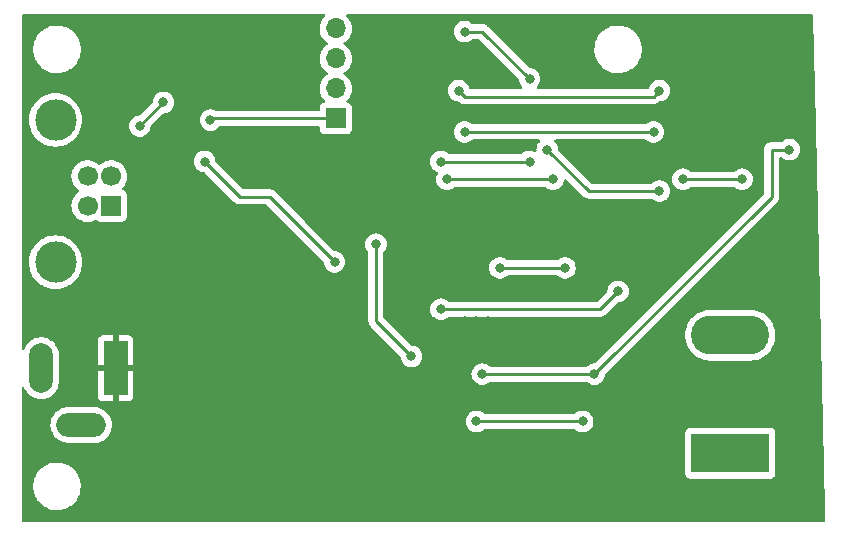
<source format=gbl>
%TF.GenerationSoftware,KiCad,Pcbnew,(6.0.10)*%
%TF.CreationDate,2023-02-17T01:50:23+01:00*%
%TF.ProjectId,base,62617365-2e6b-4696-9361-645f70636258,rev?*%
%TF.SameCoordinates,Original*%
%TF.FileFunction,Copper,L2,Bot*%
%TF.FilePolarity,Positive*%
%FSLAX46Y46*%
G04 Gerber Fmt 4.6, Leading zero omitted, Abs format (unit mm)*
G04 Created by KiCad (PCBNEW (6.0.10)) date 2023-02-17 01:50:23*
%MOMM*%
%LPD*%
G01*
G04 APERTURE LIST*
%TA.AperFunction,ComponentPad*%
%ADD10R,1.700000X1.700000*%
%TD*%
%TA.AperFunction,ComponentPad*%
%ADD11C,1.700000*%
%TD*%
%TA.AperFunction,ComponentPad*%
%ADD12C,3.500000*%
%TD*%
%TA.AperFunction,ComponentPad*%
%ADD13R,6.600000X3.300000*%
%TD*%
%TA.AperFunction,ComponentPad*%
%ADD14O,6.600000X3.300000*%
%TD*%
%TA.AperFunction,ComponentPad*%
%ADD15R,2.000000X4.600000*%
%TD*%
%TA.AperFunction,ComponentPad*%
%ADD16O,2.000000X4.200000*%
%TD*%
%TA.AperFunction,ComponentPad*%
%ADD17O,4.200000X2.000000*%
%TD*%
%TA.AperFunction,ComponentPad*%
%ADD18O,1.700000X1.700000*%
%TD*%
%TA.AperFunction,ViaPad*%
%ADD19C,0.800000*%
%TD*%
%TA.AperFunction,Conductor*%
%ADD20C,0.250000*%
%TD*%
G04 APERTURE END LIST*
D10*
%TO.P,J2,1,VBUS*%
%TO.N,Net-(D1-Pad2)*%
X118577500Y-85250000D03*
D11*
%TO.P,J2,2,D-*%
%TO.N,/D-*%
X118577500Y-82750000D03*
%TO.P,J2,3,D+*%
%TO.N,/D+*%
X116577500Y-82750000D03*
%TO.P,J2,4,GND*%
%TO.N,GND*%
X116577500Y-85250000D03*
D12*
%TO.P,J2,5,Shield*%
%TO.N,unconnected-(J2-Pad5)*%
X113867500Y-77980000D03*
X113867500Y-90020000D03*
%TD*%
D13*
%TO.P,J3,1,Pin_1*%
%TO.N,Motor_Pin_1*%
X171000000Y-106200000D03*
D14*
%TO.P,J3,2,Pin_2*%
%TO.N,Motor_Pin_2*%
X171000000Y-96200000D03*
%TD*%
D15*
%TO.P,J1,1*%
%TO.N,V_Barrel*%
X118950000Y-99000000D03*
D16*
%TO.P,J1,2*%
%TO.N,GND*%
X112650000Y-99000000D03*
D17*
%TO.P,J1,3*%
%TO.N,/Power_led*%
X116050000Y-103800000D03*
%TD*%
D10*
%TO.P,J5,1,Pin_1*%
%TO.N,UART_RX*%
X137600000Y-77850000D03*
D18*
%TO.P,J5,2,Pin_2*%
%TO.N,UART_TX*%
X137600000Y-75310000D03*
%TO.P,J5,3,Pin_3*%
%TO.N,GND*%
X137600000Y-72770000D03*
%TO.P,J5,4,Pin_4*%
%TO.N,+VDC*%
X137600000Y-70230000D03*
%TD*%
D19*
%TO.N,V_Barrel*%
X150500000Y-97000000D03*
X123000000Y-100000000D03*
X160000000Y-86500000D03*
X124000000Y-97000000D03*
X123000000Y-101000000D03*
X122000000Y-97000000D03*
X149500000Y-95000000D03*
X148500000Y-96000000D03*
X121000000Y-98000000D03*
X124000000Y-98000000D03*
X150000000Y-98000000D03*
X149500000Y-97000000D03*
X122000000Y-101000000D03*
X124000000Y-101000000D03*
X148500000Y-95000000D03*
X121000000Y-101000000D03*
X123000000Y-98000000D03*
X149000000Y-98000000D03*
X121000000Y-99000000D03*
X142500000Y-86500000D03*
X150500000Y-95000000D03*
X122000000Y-98000000D03*
X148500000Y-97000000D03*
X150500000Y-96000000D03*
X149500000Y-96000000D03*
X121000000Y-100000000D03*
X122000000Y-100000000D03*
X121000000Y-97000000D03*
X123000000Y-99000000D03*
X124000000Y-100000000D03*
X124000000Y-99000000D03*
X145000000Y-106500000D03*
X122000000Y-99000000D03*
X123000000Y-97000000D03*
%TO.N,+VDC*%
X154000000Y-74500000D03*
X126500000Y-81500000D03*
X148500000Y-70500000D03*
X137500000Y-90000000D03*
X165000000Y-84000000D03*
X123000000Y-76500000D03*
X155500000Y-80500000D03*
X121000000Y-78500000D03*
%TO.N,/EN_Pin*%
X161500000Y-92500000D03*
X146500000Y-94000000D03*
%TO.N,Motor_A*%
X146500000Y-81500000D03*
X141000000Y-88500000D03*
X158500000Y-103500000D03*
X144000000Y-98000000D03*
X154000000Y-81500000D03*
X149500000Y-103500000D03*
%TO.N,Motor_B*%
X150000000Y-99500000D03*
X176000000Y-80500000D03*
X159500000Y-99500000D03*
%TO.N,Motor_Pin_2*%
X151500000Y-90500000D03*
X157000000Y-90500000D03*
%TO.N,UART_TX*%
X165000000Y-75500000D03*
X148000000Y-75500000D03*
%TO.N,UART_RX*%
X148500000Y-79000000D03*
X164500000Y-79000000D03*
X126987701Y-77987701D03*
%TO.N,Motor_EN*%
X167000000Y-83000000D03*
X147000000Y-83000000D03*
X172000000Y-83000000D03*
X156000000Y-83000000D03*
%TD*%
D20*
%TO.N,+VDC*%
X150000000Y-70500000D02*
X154000000Y-74500000D01*
X148500000Y-70500000D02*
X150000000Y-70500000D01*
X129500000Y-84500000D02*
X132000000Y-84500000D01*
X159000000Y-84000000D02*
X155500000Y-80500000D01*
X126500000Y-81500000D02*
X129500000Y-84500000D01*
X121000000Y-78500000D02*
X123000000Y-76500000D01*
X132000000Y-84500000D02*
X137500000Y-90000000D01*
X165000000Y-84000000D02*
X159000000Y-84000000D01*
%TO.N,/EN_Pin*%
X161500000Y-92500000D02*
X160000000Y-94000000D01*
X160000000Y-94000000D02*
X146500000Y-94000000D01*
%TO.N,Motor_A*%
X141000000Y-95000000D02*
X141000000Y-88500000D01*
X146500000Y-81500000D02*
X154000000Y-81500000D01*
X149500000Y-103500000D02*
X158500000Y-103500000D01*
X144000000Y-98000000D02*
X141000000Y-95000000D01*
%TO.N,Motor_B*%
X159500000Y-99500000D02*
X174500000Y-84500000D01*
X174500000Y-80500000D02*
X176000000Y-80500000D01*
X150000000Y-99500000D02*
X159500000Y-99500000D01*
X174500000Y-84500000D02*
X174500000Y-80500000D01*
%TO.N,Motor_Pin_2*%
X151500000Y-90500000D02*
X157000000Y-90500000D01*
%TO.N,UART_TX*%
X165000000Y-75500000D02*
X164500000Y-76000000D01*
X164500000Y-76000000D02*
X148500000Y-76000000D01*
X148500000Y-76000000D02*
X148000000Y-75500000D01*
%TO.N,UART_RX*%
X127125402Y-77850000D02*
X137600000Y-77850000D01*
X126987701Y-77987701D02*
X127125402Y-77850000D01*
X148500000Y-79000000D02*
X164500000Y-79000000D01*
%TO.N,Motor_EN*%
X167000000Y-83000000D02*
X172000000Y-83000000D01*
X147000000Y-83000000D02*
X156000000Y-83000000D01*
%TD*%
%TA.AperFunction,Conductor*%
%TO.N,V_Barrel*%
G36*
X136669683Y-69020002D02*
G01*
X136716176Y-69073658D01*
X136726280Y-69143932D01*
X136692656Y-69213051D01*
X136544200Y-69368401D01*
X136540629Y-69372138D01*
X136414743Y-69556680D01*
X136320688Y-69759305D01*
X136260989Y-69974570D01*
X136237251Y-70196695D01*
X136237548Y-70201848D01*
X136237548Y-70201851D01*
X136247174Y-70368789D01*
X136250110Y-70419715D01*
X136251247Y-70424761D01*
X136251248Y-70424767D01*
X136266724Y-70493435D01*
X136299222Y-70637639D01*
X136383266Y-70844616D01*
X136499987Y-71035088D01*
X136646250Y-71203938D01*
X136818126Y-71346632D01*
X136851457Y-71366109D01*
X136891445Y-71389476D01*
X136940169Y-71441114D01*
X136953240Y-71510897D01*
X136926509Y-71576669D01*
X136886055Y-71610027D01*
X136873607Y-71616507D01*
X136869474Y-71619610D01*
X136869471Y-71619612D01*
X136822673Y-71654749D01*
X136694965Y-71750635D01*
X136540629Y-71912138D01*
X136537715Y-71916410D01*
X136537714Y-71916411D01*
X136525629Y-71934127D01*
X136414743Y-72096680D01*
X136320688Y-72299305D01*
X136260989Y-72514570D01*
X136237251Y-72736695D01*
X136237548Y-72741848D01*
X136237548Y-72741851D01*
X136249812Y-72954547D01*
X136250110Y-72959715D01*
X136251247Y-72964761D01*
X136251248Y-72964767D01*
X136271119Y-73052939D01*
X136299222Y-73177639D01*
X136337461Y-73271811D01*
X136369327Y-73350287D01*
X136383266Y-73384616D01*
X136385965Y-73389020D01*
X136481517Y-73544947D01*
X136499987Y-73575088D01*
X136646250Y-73743938D01*
X136818126Y-73886632D01*
X136829356Y-73893194D01*
X136891445Y-73929476D01*
X136940169Y-73981114D01*
X136953240Y-74050897D01*
X136926509Y-74116669D01*
X136886055Y-74150027D01*
X136873607Y-74156507D01*
X136869474Y-74159610D01*
X136869471Y-74159612D01*
X136845247Y-74177800D01*
X136694965Y-74290635D01*
X136540629Y-74452138D01*
X136414743Y-74636680D01*
X136381228Y-74708882D01*
X136329123Y-74821134D01*
X136320688Y-74839305D01*
X136260989Y-75054570D01*
X136237251Y-75276695D01*
X136237548Y-75281848D01*
X136237548Y-75281851D01*
X136243011Y-75376590D01*
X136250110Y-75499715D01*
X136251247Y-75504761D01*
X136251248Y-75504767D01*
X136270795Y-75591500D01*
X136299222Y-75717639D01*
X136337461Y-75811811D01*
X136368242Y-75887615D01*
X136383266Y-75924616D01*
X136499987Y-76115088D01*
X136646250Y-76283938D01*
X136650230Y-76287242D01*
X136654981Y-76291187D01*
X136694616Y-76350090D01*
X136696113Y-76421071D01*
X136658997Y-76481593D01*
X136618725Y-76506112D01*
X136552014Y-76531121D01*
X136503295Y-76549385D01*
X136386739Y-76636739D01*
X136299385Y-76753295D01*
X136248255Y-76889684D01*
X136241500Y-76951866D01*
X136241500Y-77090500D01*
X136221498Y-77158621D01*
X136167842Y-77205114D01*
X136115500Y-77216500D01*
X127511332Y-77216500D01*
X127448807Y-77199746D01*
X127444453Y-77196583D01*
X127438423Y-77193898D01*
X127276020Y-77121592D01*
X127276019Y-77121592D01*
X127269989Y-77118907D01*
X127176588Y-77099054D01*
X127089645Y-77080573D01*
X127089640Y-77080573D01*
X127083188Y-77079201D01*
X126892214Y-77079201D01*
X126885762Y-77080573D01*
X126885757Y-77080573D01*
X126798814Y-77099054D01*
X126705413Y-77118907D01*
X126699383Y-77121592D01*
X126699382Y-77121592D01*
X126536979Y-77193898D01*
X126536977Y-77193899D01*
X126530949Y-77196583D01*
X126376448Y-77308835D01*
X126248661Y-77450757D01*
X126153174Y-77616145D01*
X126094159Y-77797773D01*
X126093469Y-77804334D01*
X126093469Y-77804336D01*
X126077303Y-77958148D01*
X126074197Y-77987701D01*
X126074887Y-77994266D01*
X126089136Y-78129834D01*
X126094159Y-78177629D01*
X126153174Y-78359257D01*
X126248661Y-78524645D01*
X126376448Y-78666567D01*
X126530949Y-78778819D01*
X126536977Y-78781503D01*
X126536979Y-78781504D01*
X126618311Y-78817715D01*
X126705413Y-78856495D01*
X126798814Y-78876348D01*
X126885757Y-78894829D01*
X126885762Y-78894829D01*
X126892214Y-78896201D01*
X127083188Y-78896201D01*
X127089640Y-78894829D01*
X127089645Y-78894829D01*
X127176588Y-78876348D01*
X127269989Y-78856495D01*
X127357091Y-78817715D01*
X127438423Y-78781504D01*
X127438425Y-78781503D01*
X127444453Y-78778819D01*
X127598954Y-78666567D01*
X127726251Y-78525190D01*
X127786696Y-78487950D01*
X127819886Y-78483500D01*
X136115500Y-78483500D01*
X136183621Y-78503502D01*
X136230114Y-78557158D01*
X136241500Y-78609500D01*
X136241500Y-78748134D01*
X136248255Y-78810316D01*
X136299385Y-78946705D01*
X136386739Y-79063261D01*
X136503295Y-79150615D01*
X136639684Y-79201745D01*
X136701866Y-79208500D01*
X138498134Y-79208500D01*
X138560316Y-79201745D01*
X138696705Y-79150615D01*
X138813261Y-79063261D01*
X138900615Y-78946705D01*
X138951745Y-78810316D01*
X138958500Y-78748134D01*
X138958500Y-76951866D01*
X138951745Y-76889684D01*
X138900615Y-76753295D01*
X138813261Y-76636739D01*
X138696705Y-76549385D01*
X138647986Y-76531121D01*
X138578203Y-76504960D01*
X138521439Y-76462318D01*
X138496739Y-76395756D01*
X138511947Y-76326408D01*
X138533493Y-76297727D01*
X138634435Y-76197137D01*
X138638096Y-76193489D01*
X138645814Y-76182749D01*
X138765435Y-76016277D01*
X138768453Y-76012077D01*
X138837903Y-75871556D01*
X138865136Y-75816453D01*
X138865137Y-75816451D01*
X138867430Y-75811811D01*
X138906455Y-75683365D01*
X138930865Y-75603023D01*
X138930865Y-75603021D01*
X138932370Y-75598069D01*
X138945281Y-75500000D01*
X147086496Y-75500000D01*
X147106458Y-75689928D01*
X147165473Y-75871556D01*
X147260960Y-76036944D01*
X147388747Y-76178866D01*
X147408874Y-76193489D01*
X147533366Y-76283938D01*
X147543248Y-76291118D01*
X147549276Y-76293802D01*
X147549278Y-76293803D01*
X147600560Y-76316635D01*
X147717712Y-76368794D01*
X147811113Y-76388647D01*
X147898056Y-76407128D01*
X147898061Y-76407128D01*
X147904513Y-76408500D01*
X147959691Y-76408500D01*
X148027812Y-76428502D01*
X148045942Y-76442648D01*
X148057651Y-76453643D01*
X148060495Y-76456400D01*
X148080230Y-76476135D01*
X148083427Y-76478615D01*
X148092447Y-76486318D01*
X148124679Y-76516586D01*
X148131625Y-76520405D01*
X148131628Y-76520407D01*
X148142434Y-76526348D01*
X148158953Y-76537199D01*
X148174959Y-76549614D01*
X148182228Y-76552759D01*
X148182232Y-76552762D01*
X148215537Y-76567174D01*
X148226187Y-76572391D01*
X148264940Y-76593695D01*
X148272615Y-76595666D01*
X148272616Y-76595666D01*
X148284562Y-76598733D01*
X148303267Y-76605137D01*
X148321855Y-76613181D01*
X148329678Y-76614420D01*
X148329688Y-76614423D01*
X148365524Y-76620099D01*
X148377144Y-76622505D01*
X148408959Y-76630673D01*
X148419970Y-76633500D01*
X148440224Y-76633500D01*
X148459934Y-76635051D01*
X148479943Y-76638220D01*
X148487835Y-76637474D01*
X148506580Y-76635702D01*
X148523962Y-76634059D01*
X148535819Y-76633500D01*
X164421233Y-76633500D01*
X164432416Y-76634027D01*
X164439909Y-76635702D01*
X164447835Y-76635453D01*
X164447836Y-76635453D01*
X164507986Y-76633562D01*
X164511945Y-76633500D01*
X164539856Y-76633500D01*
X164543791Y-76633003D01*
X164543856Y-76632995D01*
X164555693Y-76632062D01*
X164587951Y-76631048D01*
X164591970Y-76630922D01*
X164599889Y-76630673D01*
X164619343Y-76625021D01*
X164638700Y-76621013D01*
X164650930Y-76619468D01*
X164650931Y-76619468D01*
X164658797Y-76618474D01*
X164666168Y-76615555D01*
X164666170Y-76615555D01*
X164699912Y-76602196D01*
X164711142Y-76598351D01*
X164745983Y-76588229D01*
X164745984Y-76588229D01*
X164753593Y-76586018D01*
X164760412Y-76581985D01*
X164760417Y-76581983D01*
X164771028Y-76575707D01*
X164788776Y-76567012D01*
X164807617Y-76559552D01*
X164843387Y-76533564D01*
X164853307Y-76527048D01*
X164884535Y-76508580D01*
X164884538Y-76508578D01*
X164891362Y-76504542D01*
X164905683Y-76490221D01*
X164920717Y-76477380D01*
X164930693Y-76470132D01*
X164937107Y-76465472D01*
X164945784Y-76454984D01*
X164946443Y-76454187D01*
X165005275Y-76414447D01*
X165043529Y-76408500D01*
X165095487Y-76408500D01*
X165101939Y-76407128D01*
X165101944Y-76407128D01*
X165188887Y-76388647D01*
X165282288Y-76368794D01*
X165399440Y-76316635D01*
X165450722Y-76293803D01*
X165450724Y-76293802D01*
X165456752Y-76291118D01*
X165466635Y-76283938D01*
X165591126Y-76193489D01*
X165611253Y-76178866D01*
X165739040Y-76036944D01*
X165834527Y-75871556D01*
X165893542Y-75689928D01*
X165913504Y-75500000D01*
X165899473Y-75366500D01*
X165894232Y-75316635D01*
X165894232Y-75316633D01*
X165893542Y-75310072D01*
X165834527Y-75128444D01*
X165739040Y-74963056D01*
X165660403Y-74875720D01*
X165615675Y-74826045D01*
X165615674Y-74826044D01*
X165611253Y-74821134D01*
X165456752Y-74708882D01*
X165450724Y-74706198D01*
X165450722Y-74706197D01*
X165288319Y-74633891D01*
X165288318Y-74633891D01*
X165282288Y-74631206D01*
X165188887Y-74611353D01*
X165101944Y-74592872D01*
X165101939Y-74592872D01*
X165095487Y-74591500D01*
X164904513Y-74591500D01*
X164898061Y-74592872D01*
X164898056Y-74592872D01*
X164811113Y-74611353D01*
X164717712Y-74631206D01*
X164711682Y-74633891D01*
X164711681Y-74633891D01*
X164549278Y-74706197D01*
X164549276Y-74706198D01*
X164543248Y-74708882D01*
X164388747Y-74821134D01*
X164384326Y-74826044D01*
X164384325Y-74826045D01*
X164339598Y-74875720D01*
X164260960Y-74963056D01*
X164165473Y-75128444D01*
X164163432Y-75134726D01*
X164116412Y-75279437D01*
X164076338Y-75338042D01*
X164010941Y-75365679D01*
X163996579Y-75366500D01*
X154725307Y-75366500D01*
X154657186Y-75346498D01*
X154610693Y-75292842D01*
X154600589Y-75222568D01*
X154631671Y-75156190D01*
X154734621Y-75041852D01*
X154734622Y-75041851D01*
X154739040Y-75036944D01*
X154834527Y-74871556D01*
X154893542Y-74689928D01*
X154895575Y-74670590D01*
X154912814Y-74506565D01*
X154913504Y-74500000D01*
X154908081Y-74448401D01*
X154894232Y-74316635D01*
X154894232Y-74316633D01*
X154893542Y-74310072D01*
X154834527Y-74128444D01*
X154739040Y-73963056D01*
X154712793Y-73933905D01*
X154615675Y-73826045D01*
X154615674Y-73826044D01*
X154611253Y-73821134D01*
X154456752Y-73708882D01*
X154450724Y-73706198D01*
X154450722Y-73706197D01*
X154288319Y-73633891D01*
X154288318Y-73633891D01*
X154282288Y-73631206D01*
X154188888Y-73611353D01*
X154101944Y-73592872D01*
X154101939Y-73592872D01*
X154095487Y-73591500D01*
X154039595Y-73591500D01*
X153971474Y-73571498D01*
X153950500Y-73554595D01*
X152325638Y-71929733D01*
X159487822Y-71929733D01*
X159487975Y-71934121D01*
X159487975Y-71934127D01*
X159493816Y-72101375D01*
X159497625Y-72210458D01*
X159498387Y-72214781D01*
X159498388Y-72214788D01*
X159522164Y-72349624D01*
X159546402Y-72487087D01*
X159633203Y-72754235D01*
X159635131Y-72758188D01*
X159635133Y-72758193D01*
X159673370Y-72836590D01*
X159756340Y-73006702D01*
X159758795Y-73010341D01*
X159758798Y-73010347D01*
X159787527Y-73052939D01*
X159913415Y-73239576D01*
X159916360Y-73242847D01*
X159916361Y-73242848D01*
X159946619Y-73276453D01*
X160101371Y-73448322D01*
X160104733Y-73451143D01*
X160104734Y-73451144D01*
X160129681Y-73472077D01*
X160316550Y-73628879D01*
X160554764Y-73777731D01*
X160663279Y-73826045D01*
X160799359Y-73886632D01*
X160811375Y-73891982D01*
X161081390Y-73969407D01*
X161085740Y-73970018D01*
X161085743Y-73970019D01*
X161164690Y-73981114D01*
X161359552Y-74008500D01*
X161570146Y-74008500D01*
X161572332Y-74008347D01*
X161572336Y-74008347D01*
X161775827Y-73994118D01*
X161775832Y-73994117D01*
X161780212Y-73993811D01*
X162054970Y-73935409D01*
X162059099Y-73933906D01*
X162059103Y-73933905D01*
X162314781Y-73840846D01*
X162314785Y-73840844D01*
X162318926Y-73839337D01*
X162566942Y-73707464D01*
X162641233Y-73653489D01*
X162790629Y-73544947D01*
X162790632Y-73544944D01*
X162794192Y-73542358D01*
X162996252Y-73347231D01*
X163169188Y-73125882D01*
X163171384Y-73122078D01*
X163171389Y-73122071D01*
X163307435Y-72886431D01*
X163309636Y-72882619D01*
X163414862Y-72622176D01*
X163434767Y-72542342D01*
X163481753Y-72353893D01*
X163481754Y-72353888D01*
X163482817Y-72349624D01*
X163484279Y-72335720D01*
X163511719Y-72074636D01*
X163511719Y-72074633D01*
X163512178Y-72070267D01*
X163512025Y-72065873D01*
X163502529Y-71793939D01*
X163502528Y-71793933D01*
X163502375Y-71789542D01*
X163499468Y-71773051D01*
X163454360Y-71517236D01*
X163453598Y-71512913D01*
X163366797Y-71245765D01*
X163329620Y-71169540D01*
X163267341Y-71041852D01*
X163243660Y-70993298D01*
X163241205Y-70989659D01*
X163241202Y-70989653D01*
X163157305Y-70865271D01*
X163086585Y-70760424D01*
X162898629Y-70551678D01*
X162683450Y-70371121D01*
X162445236Y-70222269D01*
X162248619Y-70134729D01*
X162192639Y-70109805D01*
X162192637Y-70109804D01*
X162188625Y-70108018D01*
X161918610Y-70030593D01*
X161914260Y-70029982D01*
X161914257Y-70029981D01*
X161798267Y-70013680D01*
X161640448Y-69991500D01*
X161429854Y-69991500D01*
X161427668Y-69991653D01*
X161427664Y-69991653D01*
X161224173Y-70005882D01*
X161224168Y-70005883D01*
X161219788Y-70006189D01*
X160945030Y-70064591D01*
X160940901Y-70066094D01*
X160940897Y-70066095D01*
X160685219Y-70159154D01*
X160685215Y-70159156D01*
X160681074Y-70160663D01*
X160433058Y-70292536D01*
X160429499Y-70295122D01*
X160429497Y-70295123D01*
X160251057Y-70424767D01*
X160205808Y-70457642D01*
X160003748Y-70652769D01*
X159830812Y-70874118D01*
X159828616Y-70877922D01*
X159828611Y-70877929D01*
X159737876Y-71035088D01*
X159690364Y-71117381D01*
X159585138Y-71377824D01*
X159584073Y-71382097D01*
X159584072Y-71382099D01*
X159520319Y-71637800D01*
X159517183Y-71650376D01*
X159516724Y-71654744D01*
X159516723Y-71654749D01*
X159503888Y-71776870D01*
X159487822Y-71929733D01*
X152325638Y-71929733D01*
X150503652Y-70107747D01*
X150496112Y-70099461D01*
X150492000Y-70092982D01*
X150442348Y-70046356D01*
X150439507Y-70043602D01*
X150419770Y-70023865D01*
X150416573Y-70021385D01*
X150407551Y-70013680D01*
X150400822Y-70007361D01*
X150375321Y-69983414D01*
X150368375Y-69979595D01*
X150368372Y-69979593D01*
X150357566Y-69973652D01*
X150341047Y-69962801D01*
X150335048Y-69958148D01*
X150325041Y-69950386D01*
X150317772Y-69947241D01*
X150317768Y-69947238D01*
X150284463Y-69932826D01*
X150273813Y-69927609D01*
X150235060Y-69906305D01*
X150215437Y-69901267D01*
X150196734Y-69894863D01*
X150185420Y-69889967D01*
X150185419Y-69889967D01*
X150178145Y-69886819D01*
X150170322Y-69885580D01*
X150170312Y-69885577D01*
X150134476Y-69879901D01*
X150122856Y-69877495D01*
X150087711Y-69868472D01*
X150087710Y-69868472D01*
X150080030Y-69866500D01*
X150059776Y-69866500D01*
X150040065Y-69864949D01*
X150027886Y-69863020D01*
X150020057Y-69861780D01*
X150012165Y-69862526D01*
X149976039Y-69865941D01*
X149964181Y-69866500D01*
X149208200Y-69866500D01*
X149140079Y-69846498D01*
X149120853Y-69830157D01*
X149120580Y-69830460D01*
X149115668Y-69826037D01*
X149111253Y-69821134D01*
X148956752Y-69708882D01*
X148950724Y-69706198D01*
X148950722Y-69706197D01*
X148788319Y-69633891D01*
X148788318Y-69633891D01*
X148782288Y-69631206D01*
X148688888Y-69611353D01*
X148601944Y-69592872D01*
X148601939Y-69592872D01*
X148595487Y-69591500D01*
X148404513Y-69591500D01*
X148398061Y-69592872D01*
X148398056Y-69592872D01*
X148311112Y-69611353D01*
X148217712Y-69631206D01*
X148211682Y-69633891D01*
X148211681Y-69633891D01*
X148049278Y-69706197D01*
X148049276Y-69706198D01*
X148043248Y-69708882D01*
X147888747Y-69821134D01*
X147884326Y-69826044D01*
X147884325Y-69826045D01*
X147775203Y-69947238D01*
X147760960Y-69963056D01*
X147665473Y-70128444D01*
X147606458Y-70310072D01*
X147605768Y-70316633D01*
X147605768Y-70316635D01*
X147599744Y-70373949D01*
X147586496Y-70500000D01*
X147587186Y-70506565D01*
X147591928Y-70551678D01*
X147606458Y-70689928D01*
X147665473Y-70871556D01*
X147760960Y-71036944D01*
X147888747Y-71178866D01*
X147975378Y-71241807D01*
X148019923Y-71274171D01*
X148043248Y-71291118D01*
X148049276Y-71293802D01*
X148049278Y-71293803D01*
X148167935Y-71346632D01*
X148217712Y-71368794D01*
X148311113Y-71388647D01*
X148398056Y-71407128D01*
X148398061Y-71407128D01*
X148404513Y-71408500D01*
X148595487Y-71408500D01*
X148601939Y-71407128D01*
X148601944Y-71407128D01*
X148688887Y-71388647D01*
X148782288Y-71368794D01*
X148832065Y-71346632D01*
X148950722Y-71293803D01*
X148950724Y-71293802D01*
X148956752Y-71291118D01*
X148980078Y-71274171D01*
X149089671Y-71194546D01*
X149111253Y-71178866D01*
X149115668Y-71173963D01*
X149120580Y-71169540D01*
X149121705Y-71170789D01*
X149175014Y-71137949D01*
X149208200Y-71133500D01*
X149685406Y-71133500D01*
X149753527Y-71153502D01*
X149774501Y-71170405D01*
X153052878Y-74448782D01*
X153086904Y-74511094D01*
X153089093Y-74524707D01*
X153104426Y-74670590D01*
X153106458Y-74689928D01*
X153165473Y-74871556D01*
X153260960Y-75036944D01*
X153265378Y-75041851D01*
X153265379Y-75041852D01*
X153368329Y-75156190D01*
X153399047Y-75220197D01*
X153390282Y-75290651D01*
X153344819Y-75345182D01*
X153274693Y-75366500D01*
X149003421Y-75366500D01*
X148935300Y-75346498D01*
X148888807Y-75292842D01*
X148883588Y-75279437D01*
X148836568Y-75134726D01*
X148834527Y-75128444D01*
X148739040Y-74963056D01*
X148660403Y-74875720D01*
X148615675Y-74826045D01*
X148615674Y-74826044D01*
X148611253Y-74821134D01*
X148456752Y-74708882D01*
X148450724Y-74706198D01*
X148450722Y-74706197D01*
X148288319Y-74633891D01*
X148288318Y-74633891D01*
X148282288Y-74631206D01*
X148188887Y-74611353D01*
X148101944Y-74592872D01*
X148101939Y-74592872D01*
X148095487Y-74591500D01*
X147904513Y-74591500D01*
X147898061Y-74592872D01*
X147898056Y-74592872D01*
X147811113Y-74611353D01*
X147717712Y-74631206D01*
X147711682Y-74633891D01*
X147711681Y-74633891D01*
X147549278Y-74706197D01*
X147549276Y-74706198D01*
X147543248Y-74708882D01*
X147388747Y-74821134D01*
X147384326Y-74826044D01*
X147384325Y-74826045D01*
X147339598Y-74875720D01*
X147260960Y-74963056D01*
X147165473Y-75128444D01*
X147106458Y-75310072D01*
X147105768Y-75316633D01*
X147105768Y-75316635D01*
X147100527Y-75366500D01*
X147086496Y-75500000D01*
X138945281Y-75500000D01*
X138961529Y-75376590D01*
X138962264Y-75346498D01*
X138963074Y-75313365D01*
X138963074Y-75313361D01*
X138963156Y-75310000D01*
X138944852Y-75087361D01*
X138890431Y-74870702D01*
X138801354Y-74665840D01*
X138710051Y-74524707D01*
X138682822Y-74482617D01*
X138682820Y-74482614D01*
X138680014Y-74478277D01*
X138529670Y-74313051D01*
X138525619Y-74309852D01*
X138525615Y-74309848D01*
X138358414Y-74177800D01*
X138358410Y-74177798D01*
X138354359Y-74174598D01*
X138313053Y-74151796D01*
X138263084Y-74101364D01*
X138248312Y-74031921D01*
X138273428Y-73965516D01*
X138300780Y-73938909D01*
X138366569Y-73891982D01*
X138479860Y-73811173D01*
X138638096Y-73653489D01*
X138681654Y-73592872D01*
X138765435Y-73476277D01*
X138768453Y-73472077D01*
X138780194Y-73448322D01*
X138865136Y-73276453D01*
X138865137Y-73276451D01*
X138867430Y-73271811D01*
X138932370Y-73058069D01*
X138961529Y-72836590D01*
X138963156Y-72770000D01*
X138944852Y-72547361D01*
X138890431Y-72330702D01*
X138801354Y-72125840D01*
X138680014Y-71938277D01*
X138529670Y-71773051D01*
X138525619Y-71769852D01*
X138525615Y-71769848D01*
X138358414Y-71637800D01*
X138358410Y-71637798D01*
X138354359Y-71634598D01*
X138313053Y-71611796D01*
X138263084Y-71561364D01*
X138248312Y-71491921D01*
X138273428Y-71425516D01*
X138300780Y-71398909D01*
X138346764Y-71366109D01*
X138479860Y-71271173D01*
X138638096Y-71113489D01*
X138697594Y-71030689D01*
X138765435Y-70936277D01*
X138768453Y-70932077D01*
X138795215Y-70877929D01*
X138865136Y-70736453D01*
X138865137Y-70736451D01*
X138867430Y-70731811D01*
X138932370Y-70518069D01*
X138961529Y-70296590D01*
X138963156Y-70230000D01*
X138944852Y-70007361D01*
X138890431Y-69790702D01*
X138801354Y-69585840D01*
X138745822Y-69500000D01*
X138682822Y-69402617D01*
X138682820Y-69402614D01*
X138680014Y-69398277D01*
X138529670Y-69233051D01*
X138519326Y-69224882D01*
X138478264Y-69166966D01*
X138475031Y-69096043D01*
X138510655Y-69034631D01*
X138573826Y-69002228D01*
X138597418Y-69000000D01*
X177876896Y-69000000D01*
X177945017Y-69020002D01*
X177991510Y-69073658D01*
X178002862Y-69123071D01*
X178222259Y-78557158D01*
X178976939Y-111008347D01*
X178997002Y-111871071D01*
X178978589Y-111939638D01*
X178926029Y-111987366D01*
X178871036Y-112000000D01*
X111126000Y-112000000D01*
X111057879Y-111979998D01*
X111011386Y-111926342D01*
X111000000Y-111874000D01*
X111000000Y-108929733D01*
X111987822Y-108929733D01*
X111997625Y-109210458D01*
X111998387Y-109214781D01*
X111998388Y-109214788D01*
X112022164Y-109349624D01*
X112046402Y-109487087D01*
X112133203Y-109754235D01*
X112256340Y-110006702D01*
X112258795Y-110010341D01*
X112258798Y-110010347D01*
X112331890Y-110118710D01*
X112413415Y-110239576D01*
X112601371Y-110448322D01*
X112816550Y-110628879D01*
X113054764Y-110777731D01*
X113311375Y-110891982D01*
X113581390Y-110969407D01*
X113585740Y-110970018D01*
X113585743Y-110970019D01*
X113688690Y-110984487D01*
X113859552Y-111008500D01*
X114070146Y-111008500D01*
X114072332Y-111008347D01*
X114072336Y-111008347D01*
X114275827Y-110994118D01*
X114275832Y-110994117D01*
X114280212Y-110993811D01*
X114554970Y-110935409D01*
X114559099Y-110933906D01*
X114559103Y-110933905D01*
X114814781Y-110840846D01*
X114814785Y-110840844D01*
X114818926Y-110839337D01*
X115066942Y-110707464D01*
X115171896Y-110631211D01*
X115290629Y-110544947D01*
X115290632Y-110544944D01*
X115294192Y-110542358D01*
X115496252Y-110347231D01*
X115669188Y-110125882D01*
X115671384Y-110122078D01*
X115671389Y-110122071D01*
X115807435Y-109886431D01*
X115809636Y-109882619D01*
X115914862Y-109622176D01*
X115948544Y-109487087D01*
X115981753Y-109353893D01*
X115981754Y-109353888D01*
X115982817Y-109349624D01*
X116012178Y-109070267D01*
X116002375Y-108789542D01*
X115978608Y-108654749D01*
X115954360Y-108517236D01*
X115953598Y-108512913D01*
X115866797Y-108245765D01*
X115853569Y-108218642D01*
X115789994Y-108088297D01*
X115743660Y-107993298D01*
X115741205Y-107989659D01*
X115741202Y-107989653D01*
X115679471Y-107898134D01*
X167191500Y-107898134D01*
X167198255Y-107960316D01*
X167249385Y-108096705D01*
X167336739Y-108213261D01*
X167453295Y-108300615D01*
X167589684Y-108351745D01*
X167651866Y-108358500D01*
X174348134Y-108358500D01*
X174410316Y-108351745D01*
X174546705Y-108300615D01*
X174663261Y-108213261D01*
X174750615Y-108096705D01*
X174801745Y-107960316D01*
X174808500Y-107898134D01*
X174808500Y-104501866D01*
X174801745Y-104439684D01*
X174750615Y-104303295D01*
X174663261Y-104186739D01*
X174546705Y-104099385D01*
X174410316Y-104048255D01*
X174348134Y-104041500D01*
X167651866Y-104041500D01*
X167589684Y-104048255D01*
X167453295Y-104099385D01*
X167336739Y-104186739D01*
X167249385Y-104303295D01*
X167198255Y-104439684D01*
X167191500Y-104501866D01*
X167191500Y-107898134D01*
X115679471Y-107898134D01*
X115660935Y-107870653D01*
X115586585Y-107760424D01*
X115398629Y-107551678D01*
X115183450Y-107371121D01*
X114945236Y-107222269D01*
X114688625Y-107108018D01*
X114418610Y-107030593D01*
X114414260Y-107029982D01*
X114414257Y-107029981D01*
X114311310Y-107015513D01*
X114140448Y-106991500D01*
X113929854Y-106991500D01*
X113927668Y-106991653D01*
X113927664Y-106991653D01*
X113724173Y-107005882D01*
X113724168Y-107005883D01*
X113719788Y-107006189D01*
X113445030Y-107064591D01*
X113440901Y-107066094D01*
X113440897Y-107066095D01*
X113185219Y-107159154D01*
X113185215Y-107159156D01*
X113181074Y-107160663D01*
X112933058Y-107292536D01*
X112929499Y-107295122D01*
X112929497Y-107295123D01*
X112824895Y-107371121D01*
X112705808Y-107457642D01*
X112503748Y-107652769D01*
X112330812Y-107874118D01*
X112328616Y-107877922D01*
X112328611Y-107877929D01*
X112214794Y-108075067D01*
X112190364Y-108117381D01*
X112085138Y-108377824D01*
X112084073Y-108382097D01*
X112084072Y-108382099D01*
X112050379Y-108517236D01*
X112017183Y-108650376D01*
X111987822Y-108929733D01*
X111000000Y-108929733D01*
X111000000Y-103852817D01*
X113437514Y-103852817D01*
X113438095Y-103857837D01*
X113438095Y-103857841D01*
X113459346Y-104041500D01*
X113465415Y-104093956D01*
X113466791Y-104098820D01*
X113466792Y-104098823D01*
X113512476Y-104260266D01*
X113531510Y-104327532D01*
X113533644Y-104332108D01*
X113533646Y-104332114D01*
X113614396Y-104505283D01*
X113634099Y-104547536D01*
X113770544Y-104748307D01*
X113937332Y-104924681D01*
X113941358Y-104927759D01*
X113941359Y-104927760D01*
X114126154Y-105069047D01*
X114126158Y-105069050D01*
X114130174Y-105072120D01*
X114344109Y-105186831D01*
X114573631Y-105265862D01*
X114672978Y-105283022D01*
X114808926Y-105306504D01*
X114808932Y-105306505D01*
X114812836Y-105307179D01*
X114816797Y-105307359D01*
X114816798Y-105307359D01*
X114840506Y-105308436D01*
X114840525Y-105308436D01*
X114841925Y-105308500D01*
X117211001Y-105308500D01*
X117213509Y-105308298D01*
X117213514Y-105308298D01*
X117386924Y-105294346D01*
X117386929Y-105294345D01*
X117391965Y-105293940D01*
X117396873Y-105292734D01*
X117396876Y-105292734D01*
X117622792Y-105237244D01*
X117627706Y-105236037D01*
X117632358Y-105234062D01*
X117632362Y-105234061D01*
X117846498Y-105143165D01*
X117851156Y-105141188D01*
X117957037Y-105074511D01*
X118052288Y-105014528D01*
X118052291Y-105014526D01*
X118056567Y-105011833D01*
X118155422Y-104924681D01*
X118234858Y-104854650D01*
X118234861Y-104854647D01*
X118238655Y-104851302D01*
X118392734Y-104663722D01*
X118514841Y-104453922D01*
X118575419Y-104296109D01*
X118600020Y-104232022D01*
X118600021Y-104232018D01*
X118601833Y-104227298D01*
X118602868Y-104222345D01*
X118650440Y-103994631D01*
X118650440Y-103994627D01*
X118651474Y-103989680D01*
X118662486Y-103747183D01*
X118656588Y-103696206D01*
X118635167Y-103511071D01*
X118635166Y-103511067D01*
X118634585Y-103506044D01*
X118632875Y-103500000D01*
X148586496Y-103500000D01*
X148587186Y-103506565D01*
X148597571Y-103605369D01*
X148606458Y-103689928D01*
X148665473Y-103871556D01*
X148760960Y-104036944D01*
X148765378Y-104041851D01*
X148765379Y-104041852D01*
X148847899Y-104133500D01*
X148888747Y-104178866D01*
X149043248Y-104291118D01*
X149049276Y-104293802D01*
X149049278Y-104293803D01*
X149211681Y-104366109D01*
X149217712Y-104368794D01*
X149311113Y-104388647D01*
X149398056Y-104407128D01*
X149398061Y-104407128D01*
X149404513Y-104408500D01*
X149595487Y-104408500D01*
X149601939Y-104407128D01*
X149601944Y-104407128D01*
X149688887Y-104388647D01*
X149782288Y-104368794D01*
X149788319Y-104366109D01*
X149950722Y-104293803D01*
X149950724Y-104293802D01*
X149956752Y-104291118D01*
X150111253Y-104178866D01*
X150115668Y-104173963D01*
X150120580Y-104169540D01*
X150121705Y-104170789D01*
X150175014Y-104137949D01*
X150208200Y-104133500D01*
X157791800Y-104133500D01*
X157859921Y-104153502D01*
X157879147Y-104169843D01*
X157879420Y-104169540D01*
X157884332Y-104173963D01*
X157888747Y-104178866D01*
X158043248Y-104291118D01*
X158049276Y-104293802D01*
X158049278Y-104293803D01*
X158211681Y-104366109D01*
X158217712Y-104368794D01*
X158311113Y-104388647D01*
X158398056Y-104407128D01*
X158398061Y-104407128D01*
X158404513Y-104408500D01*
X158595487Y-104408500D01*
X158601939Y-104407128D01*
X158601944Y-104407128D01*
X158688887Y-104388647D01*
X158782288Y-104368794D01*
X158788319Y-104366109D01*
X158950722Y-104293803D01*
X158950724Y-104293802D01*
X158956752Y-104291118D01*
X159111253Y-104178866D01*
X159152101Y-104133500D01*
X159234621Y-104041852D01*
X159234622Y-104041851D01*
X159239040Y-104036944D01*
X159334527Y-103871556D01*
X159393542Y-103689928D01*
X159402430Y-103605369D01*
X159412814Y-103506565D01*
X159413504Y-103500000D01*
X159393542Y-103310072D01*
X159334527Y-103128444D01*
X159239040Y-102963056D01*
X159138769Y-102851693D01*
X159115675Y-102826045D01*
X159115674Y-102826044D01*
X159111253Y-102821134D01*
X158956752Y-102708882D01*
X158950724Y-102706198D01*
X158950722Y-102706197D01*
X158788319Y-102633891D01*
X158788318Y-102633891D01*
X158782288Y-102631206D01*
X158688888Y-102611353D01*
X158601944Y-102592872D01*
X158601939Y-102592872D01*
X158595487Y-102591500D01*
X158404513Y-102591500D01*
X158398061Y-102592872D01*
X158398056Y-102592872D01*
X158311113Y-102611353D01*
X158217712Y-102631206D01*
X158211682Y-102633891D01*
X158211681Y-102633891D01*
X158049278Y-102706197D01*
X158049276Y-102706198D01*
X158043248Y-102708882D01*
X157888747Y-102821134D01*
X157884332Y-102826037D01*
X157879420Y-102830460D01*
X157878295Y-102829211D01*
X157824986Y-102862051D01*
X157791800Y-102866500D01*
X150208200Y-102866500D01*
X150140079Y-102846498D01*
X150120853Y-102830157D01*
X150120580Y-102830460D01*
X150115668Y-102826037D01*
X150111253Y-102821134D01*
X149956752Y-102708882D01*
X149950724Y-102706198D01*
X149950722Y-102706197D01*
X149788319Y-102633891D01*
X149788318Y-102633891D01*
X149782288Y-102631206D01*
X149688888Y-102611353D01*
X149601944Y-102592872D01*
X149601939Y-102592872D01*
X149595487Y-102591500D01*
X149404513Y-102591500D01*
X149398061Y-102592872D01*
X149398056Y-102592872D01*
X149311113Y-102611353D01*
X149217712Y-102631206D01*
X149211682Y-102633891D01*
X149211681Y-102633891D01*
X149049278Y-102706197D01*
X149049276Y-102706198D01*
X149043248Y-102708882D01*
X148888747Y-102821134D01*
X148884326Y-102826044D01*
X148884325Y-102826045D01*
X148861232Y-102851693D01*
X148760960Y-102963056D01*
X148665473Y-103128444D01*
X148606458Y-103310072D01*
X148586496Y-103500000D01*
X118632875Y-103500000D01*
X118595517Y-103367978D01*
X118569866Y-103277331D01*
X118568490Y-103272468D01*
X118566356Y-103267892D01*
X118566354Y-103267886D01*
X118468038Y-103057046D01*
X118468036Y-103057042D01*
X118465901Y-103052464D01*
X118329456Y-102851693D01*
X118162668Y-102675319D01*
X118158641Y-102672240D01*
X117973846Y-102530953D01*
X117973842Y-102530950D01*
X117969826Y-102527880D01*
X117755891Y-102413169D01*
X117526369Y-102334138D01*
X117427022Y-102316978D01*
X117291074Y-102293496D01*
X117291068Y-102293495D01*
X117287164Y-102292821D01*
X117283203Y-102292641D01*
X117283202Y-102292641D01*
X117259494Y-102291564D01*
X117259475Y-102291564D01*
X117258075Y-102291500D01*
X114888999Y-102291500D01*
X114886491Y-102291702D01*
X114886486Y-102291702D01*
X114713076Y-102305654D01*
X114713071Y-102305655D01*
X114708035Y-102306060D01*
X114703127Y-102307266D01*
X114703124Y-102307266D01*
X114587007Y-102335787D01*
X114472294Y-102363963D01*
X114467642Y-102365938D01*
X114467638Y-102365939D01*
X114360252Y-102411522D01*
X114248844Y-102458812D01*
X114244560Y-102461510D01*
X114047712Y-102585472D01*
X114047709Y-102585474D01*
X114043433Y-102588167D01*
X114039639Y-102591512D01*
X113865142Y-102745350D01*
X113865139Y-102745353D01*
X113861345Y-102748698D01*
X113858135Y-102752606D01*
X113858134Y-102752607D01*
X113781012Y-102846498D01*
X113707266Y-102936278D01*
X113585159Y-103146078D01*
X113498167Y-103372702D01*
X113497133Y-103377652D01*
X113497132Y-103377655D01*
X113470202Y-103506565D01*
X113448526Y-103610320D01*
X113437514Y-103852817D01*
X111000000Y-103852817D01*
X111000000Y-100692951D01*
X111020002Y-100624830D01*
X111073658Y-100578337D01*
X111143932Y-100568233D01*
X111208512Y-100597727D01*
X111241984Y-100643719D01*
X111308812Y-100801156D01*
X111438167Y-101006567D01*
X111441512Y-101010361D01*
X111595350Y-101184858D01*
X111595353Y-101184861D01*
X111598698Y-101188655D01*
X111602606Y-101191865D01*
X111602607Y-101191866D01*
X111709242Y-101279456D01*
X111786278Y-101342734D01*
X111996078Y-101464841D01*
X112000801Y-101466654D01*
X112217978Y-101550020D01*
X112217982Y-101550021D01*
X112222702Y-101551833D01*
X112227652Y-101552867D01*
X112227655Y-101552868D01*
X112455369Y-101600440D01*
X112455373Y-101600440D01*
X112460320Y-101601474D01*
X112702817Y-101612486D01*
X112707837Y-101611905D01*
X112707841Y-101611905D01*
X112938929Y-101585167D01*
X112938933Y-101585166D01*
X112943956Y-101584585D01*
X112948820Y-101583209D01*
X112948823Y-101583208D01*
X113172669Y-101519866D01*
X113172668Y-101519866D01*
X113177532Y-101518490D01*
X113182108Y-101516356D01*
X113182114Y-101516354D01*
X113392954Y-101418038D01*
X113392958Y-101418036D01*
X113397536Y-101415901D01*
X113502350Y-101344669D01*
X117442001Y-101344669D01*
X117442371Y-101351490D01*
X117447895Y-101402352D01*
X117451521Y-101417604D01*
X117496676Y-101538054D01*
X117505214Y-101553649D01*
X117581715Y-101655724D01*
X117594276Y-101668285D01*
X117696351Y-101744786D01*
X117711946Y-101753324D01*
X117832394Y-101798478D01*
X117847649Y-101802105D01*
X117898514Y-101807631D01*
X117905328Y-101808000D01*
X118677885Y-101808000D01*
X118693124Y-101803525D01*
X118694329Y-101802135D01*
X118696000Y-101794452D01*
X118696000Y-101789884D01*
X119204000Y-101789884D01*
X119208475Y-101805123D01*
X119209865Y-101806328D01*
X119217548Y-101807999D01*
X119994669Y-101807999D01*
X120001490Y-101807629D01*
X120052352Y-101802105D01*
X120067604Y-101798479D01*
X120188054Y-101753324D01*
X120203649Y-101744786D01*
X120305724Y-101668285D01*
X120318285Y-101655724D01*
X120394786Y-101553649D01*
X120403324Y-101538054D01*
X120448478Y-101417606D01*
X120452105Y-101402351D01*
X120457631Y-101351486D01*
X120458000Y-101344672D01*
X120458000Y-99500000D01*
X149086496Y-99500000D01*
X149106458Y-99689928D01*
X149165473Y-99871556D01*
X149260960Y-100036944D01*
X149388747Y-100178866D01*
X149543248Y-100291118D01*
X149549276Y-100293802D01*
X149549278Y-100293803D01*
X149711681Y-100366109D01*
X149717712Y-100368794D01*
X149811113Y-100388647D01*
X149898056Y-100407128D01*
X149898061Y-100407128D01*
X149904513Y-100408500D01*
X150095487Y-100408500D01*
X150101939Y-100407128D01*
X150101944Y-100407128D01*
X150188887Y-100388647D01*
X150282288Y-100368794D01*
X150288319Y-100366109D01*
X150450722Y-100293803D01*
X150450724Y-100293802D01*
X150456752Y-100291118D01*
X150525632Y-100241074D01*
X150589671Y-100194546D01*
X150611253Y-100178866D01*
X150615668Y-100173963D01*
X150620580Y-100169540D01*
X150621705Y-100170789D01*
X150675014Y-100137949D01*
X150708200Y-100133500D01*
X158791800Y-100133500D01*
X158859921Y-100153502D01*
X158879147Y-100169843D01*
X158879420Y-100169540D01*
X158884332Y-100173963D01*
X158888747Y-100178866D01*
X158910329Y-100194546D01*
X158974369Y-100241074D01*
X159043248Y-100291118D01*
X159049276Y-100293802D01*
X159049278Y-100293803D01*
X159211681Y-100366109D01*
X159217712Y-100368794D01*
X159311113Y-100388647D01*
X159398056Y-100407128D01*
X159398061Y-100407128D01*
X159404513Y-100408500D01*
X159595487Y-100408500D01*
X159601939Y-100407128D01*
X159601944Y-100407128D01*
X159688887Y-100388647D01*
X159782288Y-100368794D01*
X159788319Y-100366109D01*
X159950722Y-100293803D01*
X159950724Y-100293802D01*
X159956752Y-100291118D01*
X160111253Y-100178866D01*
X160239040Y-100036944D01*
X160334527Y-99871556D01*
X160393542Y-99689928D01*
X160410907Y-99524706D01*
X160437920Y-99459050D01*
X160447122Y-99448782D01*
X163560054Y-96335850D01*
X167190725Y-96335850D01*
X167191284Y-96340094D01*
X167191284Y-96340098D01*
X167201123Y-96414833D01*
X167229140Y-96627640D01*
X167230273Y-96631780D01*
X167230273Y-96631782D01*
X167236715Y-96655331D01*
X167306800Y-96911517D01*
X167308485Y-96915467D01*
X167420586Y-97178286D01*
X167420590Y-97178293D01*
X167422268Y-97182228D01*
X167440543Y-97212763D01*
X167568886Y-97427208D01*
X167573408Y-97434764D01*
X167757422Y-97664451D01*
X167760524Y-97667395D01*
X167760528Y-97667399D01*
X167967796Y-97864089D01*
X167970905Y-97867039D01*
X168209908Y-98038780D01*
X168470007Y-98176496D01*
X168746390Y-98277638D01*
X169033943Y-98340334D01*
X169066519Y-98342898D01*
X169262309Y-98358307D01*
X169262318Y-98358307D01*
X169264766Y-98358500D01*
X172723990Y-98358500D01*
X172726126Y-98358354D01*
X172726137Y-98358354D01*
X172939350Y-98343819D01*
X172939356Y-98343818D01*
X172943627Y-98343527D01*
X172947822Y-98342658D01*
X172947824Y-98342658D01*
X173087723Y-98313686D01*
X173231820Y-98283845D01*
X173509247Y-98185603D01*
X173770774Y-98050618D01*
X173774275Y-98048157D01*
X173774279Y-98048155D01*
X174008052Y-97883856D01*
X174008053Y-97883855D01*
X174011562Y-97881389D01*
X174227156Y-97681048D01*
X174240741Y-97664451D01*
X174356000Y-97523631D01*
X174413565Y-97453300D01*
X174567340Y-97202361D01*
X174569068Y-97198425D01*
X174683913Y-96936802D01*
X174683914Y-96936798D01*
X174685637Y-96932874D01*
X174766265Y-96649826D01*
X174770029Y-96623384D01*
X174807129Y-96362705D01*
X174807734Y-96358454D01*
X174809275Y-96064150D01*
X174805740Y-96037295D01*
X174771420Y-95776616D01*
X174770860Y-95772360D01*
X174693200Y-95488483D01*
X174651774Y-95391362D01*
X174579414Y-95221714D01*
X174579410Y-95221707D01*
X174577732Y-95217772D01*
X174453358Y-95009958D01*
X174428796Y-94968918D01*
X174428793Y-94968914D01*
X174426592Y-94965236D01*
X174242578Y-94735549D01*
X174239476Y-94732605D01*
X174239472Y-94732601D01*
X174032204Y-94535911D01*
X174032201Y-94535909D01*
X174029095Y-94532961D01*
X173790092Y-94361220D01*
X173529993Y-94223504D01*
X173253610Y-94122362D01*
X172966057Y-94059666D01*
X172925486Y-94056473D01*
X172737691Y-94041693D01*
X172737682Y-94041693D01*
X172735234Y-94041500D01*
X169276010Y-94041500D01*
X169273874Y-94041646D01*
X169273863Y-94041646D01*
X169060650Y-94056181D01*
X169060644Y-94056182D01*
X169056373Y-94056473D01*
X169052178Y-94057342D01*
X169052176Y-94057342D01*
X168912277Y-94086314D01*
X168768180Y-94116155D01*
X168490753Y-94214397D01*
X168229226Y-94349382D01*
X168225725Y-94351843D01*
X168225721Y-94351845D01*
X167991948Y-94516144D01*
X167988438Y-94518611D01*
X167772844Y-94718952D01*
X167770130Y-94722268D01*
X167770128Y-94722270D01*
X167713777Y-94791118D01*
X167586435Y-94946700D01*
X167432660Y-95197639D01*
X167430933Y-95201572D01*
X167430932Y-95201575D01*
X167330356Y-95430694D01*
X167314363Y-95467126D01*
X167233735Y-95750174D01*
X167233131Y-95754416D01*
X167233130Y-95754422D01*
X167192871Y-96037295D01*
X167192266Y-96041546D01*
X167191478Y-96192000D01*
X167191448Y-96197865D01*
X167190725Y-96335850D01*
X163560054Y-96335850D01*
X174892247Y-85003657D01*
X174900537Y-84996113D01*
X174907018Y-84992000D01*
X174919584Y-84978619D01*
X174953658Y-84942333D01*
X174956413Y-84939491D01*
X174976134Y-84919770D01*
X174978612Y-84916575D01*
X174986318Y-84907553D01*
X175011158Y-84881101D01*
X175016586Y-84875321D01*
X175026346Y-84857568D01*
X175037199Y-84841045D01*
X175044753Y-84831306D01*
X175049613Y-84825041D01*
X175067176Y-84784457D01*
X175072383Y-84773827D01*
X175093695Y-84735060D01*
X175095666Y-84727383D01*
X175095668Y-84727378D01*
X175098732Y-84715442D01*
X175105138Y-84696730D01*
X175110034Y-84685417D01*
X175113181Y-84678145D01*
X175120007Y-84635051D01*
X175120097Y-84634481D01*
X175122504Y-84622860D01*
X175131528Y-84587711D01*
X175131528Y-84587710D01*
X175133500Y-84580030D01*
X175133500Y-84559769D01*
X175135051Y-84540058D01*
X175136979Y-84527885D01*
X175138219Y-84520057D01*
X175134059Y-84476046D01*
X175133500Y-84464189D01*
X175133500Y-81259500D01*
X175153502Y-81191379D01*
X175207158Y-81144886D01*
X175259500Y-81133500D01*
X175291800Y-81133500D01*
X175359921Y-81153502D01*
X175379147Y-81169843D01*
X175379420Y-81169540D01*
X175384332Y-81173963D01*
X175388747Y-81178866D01*
X175543248Y-81291118D01*
X175549276Y-81293802D01*
X175549278Y-81293803D01*
X175598278Y-81315619D01*
X175717712Y-81368794D01*
X175811113Y-81388647D01*
X175898056Y-81407128D01*
X175898061Y-81407128D01*
X175904513Y-81408500D01*
X176095487Y-81408500D01*
X176101939Y-81407128D01*
X176101944Y-81407128D01*
X176188887Y-81388647D01*
X176282288Y-81368794D01*
X176401722Y-81315619D01*
X176450722Y-81293803D01*
X176450724Y-81293802D01*
X176456752Y-81291118D01*
X176611253Y-81178866D01*
X176739040Y-81036944D01*
X176834527Y-80871556D01*
X176893542Y-80689928D01*
X176913504Y-80500000D01*
X176910907Y-80475292D01*
X176894232Y-80316635D01*
X176894232Y-80316633D01*
X176893542Y-80310072D01*
X176834527Y-80128444D01*
X176739040Y-79963056D01*
X176716056Y-79937529D01*
X176615675Y-79826045D01*
X176615674Y-79826044D01*
X176611253Y-79821134D01*
X176456752Y-79708882D01*
X176450724Y-79706198D01*
X176450722Y-79706197D01*
X176288319Y-79633891D01*
X176288318Y-79633891D01*
X176282288Y-79631206D01*
X176188888Y-79611353D01*
X176101944Y-79592872D01*
X176101939Y-79592872D01*
X176095487Y-79591500D01*
X175904513Y-79591500D01*
X175898061Y-79592872D01*
X175898056Y-79592872D01*
X175811112Y-79611353D01*
X175717712Y-79631206D01*
X175711682Y-79633891D01*
X175711681Y-79633891D01*
X175549278Y-79706197D01*
X175549276Y-79706198D01*
X175543248Y-79708882D01*
X175537907Y-79712762D01*
X175537906Y-79712763D01*
X175448897Y-79777432D01*
X175388747Y-79821134D01*
X175384332Y-79826037D01*
X175379420Y-79830460D01*
X175378295Y-79829211D01*
X175324986Y-79862051D01*
X175291800Y-79866500D01*
X174571793Y-79866500D01*
X174548184Y-79864268D01*
X174547881Y-79864210D01*
X174547877Y-79864210D01*
X174540094Y-79862725D01*
X174486306Y-79866109D01*
X174484049Y-79866251D01*
X174476138Y-79866500D01*
X174460144Y-79866500D01*
X174444270Y-79868506D01*
X174436410Y-79869248D01*
X174408951Y-79870976D01*
X174388263Y-79872277D01*
X174388262Y-79872277D01*
X174380350Y-79872775D01*
X174372809Y-79875225D01*
X174372513Y-79875321D01*
X174349369Y-79880494D01*
X174349065Y-79880532D01*
X174349060Y-79880533D01*
X174341203Y-79881526D01*
X174333838Y-79884442D01*
X174333834Y-79884443D01*
X174288989Y-79902199D01*
X174281570Y-79904871D01*
X174228125Y-79922236D01*
X174221429Y-79926486D01*
X174221428Y-79926486D01*
X174221169Y-79926650D01*
X174200042Y-79937415D01*
X174199754Y-79937529D01*
X174199749Y-79937532D01*
X174192383Y-79940448D01*
X174185975Y-79945104D01*
X174185969Y-79945107D01*
X174146948Y-79973458D01*
X174140411Y-79977901D01*
X174092982Y-80008000D01*
X174087556Y-80013778D01*
X174087555Y-80013779D01*
X174087341Y-80014007D01*
X174069554Y-80029688D01*
X174069309Y-80029866D01*
X174069307Y-80029868D01*
X174062893Y-80034528D01*
X174057839Y-80040637D01*
X174057838Y-80040638D01*
X174027097Y-80077796D01*
X174021866Y-80083730D01*
X173988842Y-80118898D01*
X173988840Y-80118901D01*
X173983414Y-80124679D01*
X173979445Y-80131899D01*
X173966119Y-80151506D01*
X173965920Y-80151746D01*
X173965916Y-80151753D01*
X173960867Y-80157856D01*
X173956550Y-80167030D01*
X173936953Y-80208676D01*
X173933371Y-80215708D01*
X173906305Y-80264940D01*
X173904335Y-80272615D01*
X173904332Y-80272621D01*
X173904256Y-80272919D01*
X173896224Y-80295228D01*
X173896094Y-80295503D01*
X173896091Y-80295511D01*
X173892717Y-80302682D01*
X173882195Y-80357843D01*
X173880471Y-80365558D01*
X173866500Y-80419970D01*
X173866500Y-80428207D01*
X173864268Y-80451816D01*
X173862725Y-80459906D01*
X173865661Y-80506567D01*
X173866251Y-80515951D01*
X173866500Y-80523862D01*
X173866500Y-84185405D01*
X173846498Y-84253526D01*
X173829595Y-84274500D01*
X159549500Y-98554595D01*
X159487188Y-98588621D01*
X159460405Y-98591500D01*
X159404513Y-98591500D01*
X159398061Y-98592872D01*
X159398056Y-98592872D01*
X159311112Y-98611353D01*
X159217712Y-98631206D01*
X159211682Y-98633891D01*
X159211681Y-98633891D01*
X159049278Y-98706197D01*
X159049276Y-98706198D01*
X159043248Y-98708882D01*
X159037907Y-98712762D01*
X159037906Y-98712763D01*
X158935402Y-98787237D01*
X158888747Y-98821134D01*
X158884332Y-98826037D01*
X158879420Y-98830460D01*
X158878295Y-98829211D01*
X158824986Y-98862051D01*
X158791800Y-98866500D01*
X150708200Y-98866500D01*
X150640079Y-98846498D01*
X150620853Y-98830157D01*
X150620580Y-98830460D01*
X150615668Y-98826037D01*
X150611253Y-98821134D01*
X150564598Y-98787237D01*
X150462094Y-98712763D01*
X150462093Y-98712762D01*
X150456752Y-98708882D01*
X150450724Y-98706198D01*
X150450722Y-98706197D01*
X150288319Y-98633891D01*
X150288318Y-98633891D01*
X150282288Y-98631206D01*
X150188888Y-98611353D01*
X150101944Y-98592872D01*
X150101939Y-98592872D01*
X150095487Y-98591500D01*
X149904513Y-98591500D01*
X149898061Y-98592872D01*
X149898056Y-98592872D01*
X149811112Y-98611353D01*
X149717712Y-98631206D01*
X149711682Y-98633891D01*
X149711681Y-98633891D01*
X149549278Y-98706197D01*
X149549276Y-98706198D01*
X149543248Y-98708882D01*
X149388747Y-98821134D01*
X149260960Y-98963056D01*
X149165473Y-99128444D01*
X149106458Y-99310072D01*
X149086496Y-99500000D01*
X120458000Y-99500000D01*
X120458000Y-99272115D01*
X120453525Y-99256876D01*
X120452135Y-99255671D01*
X120444452Y-99254000D01*
X119222115Y-99254000D01*
X119206876Y-99258475D01*
X119205671Y-99259865D01*
X119204000Y-99267548D01*
X119204000Y-101789884D01*
X118696000Y-101789884D01*
X118696000Y-99272115D01*
X118691525Y-99256876D01*
X118690135Y-99255671D01*
X118682452Y-99254000D01*
X117460116Y-99254000D01*
X117444877Y-99258475D01*
X117443672Y-99259865D01*
X117442001Y-99267548D01*
X117442001Y-101344669D01*
X113502350Y-101344669D01*
X113598307Y-101279456D01*
X113774681Y-101112668D01*
X113852901Y-101010361D01*
X113919047Y-100923846D01*
X113919050Y-100923842D01*
X113922120Y-100919826D01*
X114036831Y-100705891D01*
X114115862Y-100476369D01*
X114157179Y-100237164D01*
X114158500Y-100208075D01*
X114158500Y-98727885D01*
X117442000Y-98727885D01*
X117446475Y-98743124D01*
X117447865Y-98744329D01*
X117455548Y-98746000D01*
X118677885Y-98746000D01*
X118693124Y-98741525D01*
X118694329Y-98740135D01*
X118696000Y-98732452D01*
X118696000Y-98727885D01*
X119204000Y-98727885D01*
X119208475Y-98743124D01*
X119209865Y-98744329D01*
X119217548Y-98746000D01*
X120439884Y-98746000D01*
X120455123Y-98741525D01*
X120456328Y-98740135D01*
X120457999Y-98732452D01*
X120457999Y-96655331D01*
X120457629Y-96648510D01*
X120452105Y-96597648D01*
X120448479Y-96582396D01*
X120403324Y-96461946D01*
X120394786Y-96446351D01*
X120318285Y-96344276D01*
X120305724Y-96331715D01*
X120203649Y-96255214D01*
X120188054Y-96246676D01*
X120067606Y-96201522D01*
X120052351Y-96197895D01*
X120001486Y-96192369D01*
X119994672Y-96192000D01*
X119222115Y-96192000D01*
X119206876Y-96196475D01*
X119205671Y-96197865D01*
X119204000Y-96205548D01*
X119204000Y-98727885D01*
X118696000Y-98727885D01*
X118696000Y-96210116D01*
X118691525Y-96194877D01*
X118690135Y-96193672D01*
X118682452Y-96192001D01*
X117905331Y-96192001D01*
X117898510Y-96192371D01*
X117847648Y-96197895D01*
X117832396Y-96201521D01*
X117711946Y-96246676D01*
X117696351Y-96255214D01*
X117594276Y-96331715D01*
X117581715Y-96344276D01*
X117505214Y-96446351D01*
X117496676Y-96461946D01*
X117451522Y-96582394D01*
X117447895Y-96597649D01*
X117442369Y-96648514D01*
X117442000Y-96655328D01*
X117442000Y-98727885D01*
X114158500Y-98727885D01*
X114158500Y-97838999D01*
X114156173Y-97810072D01*
X114144346Y-97663076D01*
X114144345Y-97663071D01*
X114143940Y-97658035D01*
X114097454Y-97468774D01*
X114087244Y-97427208D01*
X114086037Y-97422294D01*
X113991188Y-97198844D01*
X113943019Y-97122354D01*
X113864528Y-96997712D01*
X113864526Y-96997709D01*
X113861833Y-96993433D01*
X113811906Y-96936802D01*
X113704650Y-96815142D01*
X113704647Y-96815139D01*
X113701302Y-96811345D01*
X113594993Y-96724022D01*
X113517628Y-96660474D01*
X113517625Y-96660472D01*
X113513722Y-96657266D01*
X113303922Y-96535159D01*
X113169725Y-96483646D01*
X113082022Y-96449980D01*
X113082018Y-96449979D01*
X113077298Y-96448167D01*
X113072348Y-96447133D01*
X113072345Y-96447132D01*
X112844631Y-96399560D01*
X112844627Y-96399560D01*
X112839680Y-96398526D01*
X112597183Y-96387514D01*
X112592163Y-96388095D01*
X112592159Y-96388095D01*
X112361071Y-96414833D01*
X112361067Y-96414834D01*
X112356044Y-96415415D01*
X112351180Y-96416791D01*
X112351177Y-96416792D01*
X112246718Y-96446351D01*
X112122468Y-96481510D01*
X112117892Y-96483644D01*
X112117886Y-96483646D01*
X111907046Y-96581962D01*
X111907042Y-96581964D01*
X111902464Y-96584099D01*
X111701693Y-96720544D01*
X111525319Y-96887332D01*
X111522241Y-96891358D01*
X111522240Y-96891359D01*
X111380953Y-97076154D01*
X111380950Y-97076158D01*
X111377880Y-97080174D01*
X111375490Y-97084632D01*
X111375489Y-97084633D01*
X111350517Y-97131206D01*
X111263169Y-97294109D01*
X111261523Y-97298890D01*
X111261521Y-97298894D01*
X111245135Y-97346483D01*
X111204045Y-97404380D01*
X111138176Y-97430871D01*
X111068441Y-97417546D01*
X111016981Y-97368634D01*
X111000000Y-97305461D01*
X111000000Y-90020000D01*
X111604154Y-90020000D01*
X111604424Y-90024119D01*
X111622755Y-90303794D01*
X111623517Y-90315426D01*
X111624319Y-90319459D01*
X111624320Y-90319465D01*
X111667580Y-90536944D01*
X111681276Y-90605797D01*
X111682603Y-90609706D01*
X111682604Y-90609710D01*
X111742866Y-90787237D01*
X111776441Y-90886145D01*
X111907385Y-91151673D01*
X112071867Y-91397838D01*
X112074581Y-91400932D01*
X112074585Y-91400938D01*
X112080014Y-91407128D01*
X112267073Y-91620427D01*
X112270162Y-91623136D01*
X112486562Y-91812915D01*
X112486568Y-91812919D01*
X112489662Y-91815633D01*
X112493088Y-91817922D01*
X112493093Y-91817926D01*
X112676905Y-91940744D01*
X112735827Y-91980115D01*
X112739526Y-91981939D01*
X112739531Y-91981942D01*
X112875813Y-92049148D01*
X113001355Y-92111059D01*
X113005260Y-92112384D01*
X113005261Y-92112385D01*
X113277790Y-92204896D01*
X113277794Y-92204897D01*
X113281703Y-92206224D01*
X113285747Y-92207028D01*
X113285753Y-92207030D01*
X113568035Y-92263180D01*
X113568041Y-92263181D01*
X113572074Y-92263983D01*
X113576179Y-92264252D01*
X113576186Y-92264253D01*
X113863381Y-92283076D01*
X113867500Y-92283346D01*
X113871619Y-92283076D01*
X114158814Y-92264253D01*
X114158821Y-92264252D01*
X114162926Y-92263983D01*
X114166959Y-92263181D01*
X114166965Y-92263180D01*
X114449247Y-92207030D01*
X114449253Y-92207028D01*
X114453297Y-92206224D01*
X114457206Y-92204897D01*
X114457210Y-92204896D01*
X114729739Y-92112385D01*
X114729740Y-92112384D01*
X114733645Y-92111059D01*
X114859187Y-92049148D01*
X114995469Y-91981942D01*
X114995474Y-91981939D01*
X114999173Y-91980115D01*
X115058095Y-91940744D01*
X115241907Y-91817926D01*
X115241912Y-91817922D01*
X115245338Y-91815633D01*
X115248432Y-91812919D01*
X115248438Y-91812915D01*
X115464838Y-91623136D01*
X115467927Y-91620427D01*
X115654986Y-91407128D01*
X115660415Y-91400938D01*
X115660419Y-91400932D01*
X115663133Y-91397838D01*
X115827615Y-91151673D01*
X115958559Y-90886145D01*
X115992134Y-90787237D01*
X116052396Y-90609710D01*
X116052397Y-90609706D01*
X116053724Y-90605797D01*
X116067420Y-90536944D01*
X116110680Y-90319465D01*
X116110681Y-90319459D01*
X116111483Y-90315426D01*
X116112246Y-90303794D01*
X116130576Y-90024119D01*
X116130846Y-90020000D01*
X116117558Y-89817255D01*
X116111753Y-89728686D01*
X116111752Y-89728679D01*
X116111483Y-89724574D01*
X116092362Y-89628444D01*
X116054530Y-89438253D01*
X116054528Y-89438247D01*
X116053724Y-89434203D01*
X116017010Y-89326045D01*
X115959885Y-89157761D01*
X115959884Y-89157760D01*
X115958559Y-89153855D01*
X115827615Y-88888327D01*
X115699244Y-88696206D01*
X115665426Y-88645593D01*
X115665422Y-88645588D01*
X115663133Y-88642162D01*
X115660419Y-88639068D01*
X115660415Y-88639062D01*
X115470636Y-88422662D01*
X115467927Y-88419573D01*
X115464838Y-88416864D01*
X115248438Y-88227085D01*
X115248432Y-88227081D01*
X115245338Y-88224367D01*
X115241912Y-88222078D01*
X115241907Y-88222074D01*
X115002606Y-88062179D01*
X114999173Y-88059885D01*
X114995474Y-88058061D01*
X114995469Y-88058058D01*
X114792871Y-87958148D01*
X114733645Y-87928941D01*
X114729739Y-87927615D01*
X114457210Y-87835104D01*
X114457206Y-87835103D01*
X114453297Y-87833776D01*
X114449253Y-87832972D01*
X114449247Y-87832970D01*
X114166965Y-87776820D01*
X114166959Y-87776819D01*
X114162926Y-87776017D01*
X114158821Y-87775748D01*
X114158814Y-87775747D01*
X113871619Y-87756924D01*
X113867500Y-87756654D01*
X113863381Y-87756924D01*
X113576186Y-87775747D01*
X113576179Y-87775748D01*
X113572074Y-87776017D01*
X113568041Y-87776819D01*
X113568035Y-87776820D01*
X113285753Y-87832970D01*
X113285747Y-87832972D01*
X113281703Y-87833776D01*
X113277794Y-87835103D01*
X113277790Y-87835104D01*
X113005261Y-87927615D01*
X113001355Y-87928941D01*
X112942129Y-87958148D01*
X112739531Y-88058058D01*
X112739526Y-88058061D01*
X112735827Y-88059885D01*
X112732394Y-88062179D01*
X112493093Y-88222074D01*
X112493088Y-88222078D01*
X112489662Y-88224367D01*
X112486568Y-88227081D01*
X112486562Y-88227085D01*
X112270162Y-88416864D01*
X112267073Y-88419573D01*
X112264364Y-88422662D01*
X112074585Y-88639062D01*
X112074581Y-88639068D01*
X112071867Y-88642162D01*
X112069578Y-88645588D01*
X112069574Y-88645593D01*
X112035756Y-88696206D01*
X111907385Y-88888327D01*
X111776441Y-89153855D01*
X111775116Y-89157760D01*
X111775115Y-89157761D01*
X111717991Y-89326045D01*
X111681276Y-89434203D01*
X111680472Y-89438247D01*
X111680470Y-89438253D01*
X111642639Y-89628444D01*
X111623517Y-89724574D01*
X111623248Y-89728679D01*
X111623247Y-89728686D01*
X111617442Y-89817255D01*
X111604154Y-90020000D01*
X111000000Y-90020000D01*
X111000000Y-85216695D01*
X115214751Y-85216695D01*
X115227610Y-85439715D01*
X115228747Y-85444761D01*
X115228748Y-85444767D01*
X115252804Y-85551508D01*
X115276722Y-85657639D01*
X115360766Y-85864616D01*
X115477487Y-86055088D01*
X115623750Y-86223938D01*
X115795626Y-86366632D01*
X115988500Y-86479338D01*
X116197192Y-86559030D01*
X116202260Y-86560061D01*
X116202263Y-86560062D01*
X116309517Y-86581883D01*
X116416097Y-86603567D01*
X116421272Y-86603757D01*
X116421274Y-86603757D01*
X116634173Y-86611564D01*
X116634177Y-86611564D01*
X116639337Y-86611753D01*
X116644457Y-86611097D01*
X116644459Y-86611097D01*
X116855788Y-86584025D01*
X116855789Y-86584025D01*
X116860916Y-86583368D01*
X116865866Y-86581883D01*
X117069929Y-86520661D01*
X117069934Y-86520659D01*
X117074884Y-86519174D01*
X117226975Y-86444665D01*
X117296945Y-86432659D01*
X117361986Y-86460255D01*
X117364239Y-86463261D01*
X117480795Y-86550615D01*
X117617184Y-86601745D01*
X117679366Y-86608500D01*
X119475634Y-86608500D01*
X119537816Y-86601745D01*
X119674205Y-86550615D01*
X119790761Y-86463261D01*
X119878115Y-86346705D01*
X119929245Y-86210316D01*
X119936000Y-86148134D01*
X119936000Y-84351866D01*
X119929245Y-84289684D01*
X119878115Y-84153295D01*
X119790761Y-84036739D01*
X119674205Y-83949385D01*
X119665796Y-83946233D01*
X119665795Y-83946232D01*
X119584871Y-83915895D01*
X119528106Y-83873254D01*
X119503406Y-83806692D01*
X119518613Y-83737343D01*
X119540160Y-83708662D01*
X119611935Y-83637137D01*
X119615596Y-83633489D01*
X119675094Y-83550689D01*
X119742935Y-83456277D01*
X119745953Y-83452077D01*
X119790447Y-83362051D01*
X119842636Y-83256453D01*
X119842637Y-83256451D01*
X119844930Y-83251811D01*
X119909870Y-83038069D01*
X119939029Y-82816590D01*
X119940656Y-82750000D01*
X119922352Y-82527361D01*
X119867931Y-82310702D01*
X119778854Y-82105840D01*
X119717356Y-82010778D01*
X119660322Y-81922617D01*
X119660320Y-81922614D01*
X119657514Y-81918277D01*
X119507170Y-81753051D01*
X119503119Y-81749852D01*
X119503115Y-81749848D01*
X119335914Y-81617800D01*
X119335910Y-81617798D01*
X119331859Y-81614598D01*
X119136289Y-81506638D01*
X119131420Y-81504914D01*
X119131416Y-81504912D01*
X119117545Y-81500000D01*
X125586496Y-81500000D01*
X125587186Y-81506565D01*
X125598541Y-81614598D01*
X125606458Y-81689928D01*
X125665473Y-81871556D01*
X125760960Y-82036944D01*
X125765378Y-82041851D01*
X125765379Y-82041852D01*
X125819079Y-82101492D01*
X125888747Y-82178866D01*
X125987843Y-82250864D01*
X126033860Y-82284297D01*
X126043248Y-82291118D01*
X126049276Y-82293802D01*
X126049278Y-82293803D01*
X126130931Y-82330157D01*
X126217712Y-82368794D01*
X126311113Y-82388647D01*
X126398056Y-82407128D01*
X126398061Y-82407128D01*
X126404513Y-82408500D01*
X126460406Y-82408500D01*
X126528527Y-82428502D01*
X126549501Y-82445405D01*
X128996343Y-84892247D01*
X129003887Y-84900537D01*
X129008000Y-84907018D01*
X129013777Y-84912443D01*
X129057667Y-84953658D01*
X129060509Y-84956413D01*
X129080231Y-84976135D01*
X129083373Y-84978572D01*
X129083433Y-84978619D01*
X129092445Y-84986317D01*
X129110911Y-85003657D01*
X129124679Y-85016586D01*
X129131622Y-85020403D01*
X129142431Y-85026345D01*
X129158953Y-85037198D01*
X129174959Y-85049614D01*
X129182237Y-85052764D01*
X129182238Y-85052764D01*
X129215537Y-85067174D01*
X129226187Y-85072391D01*
X129264940Y-85093695D01*
X129272615Y-85095666D01*
X129272616Y-85095666D01*
X129284562Y-85098733D01*
X129303267Y-85105137D01*
X129321855Y-85113181D01*
X129329678Y-85114420D01*
X129329688Y-85114423D01*
X129365524Y-85120099D01*
X129377144Y-85122505D01*
X129412289Y-85131528D01*
X129419970Y-85133500D01*
X129440224Y-85133500D01*
X129459934Y-85135051D01*
X129479943Y-85138220D01*
X129487835Y-85137474D01*
X129523961Y-85134059D01*
X129535819Y-85133500D01*
X131685406Y-85133500D01*
X131753527Y-85153502D01*
X131774501Y-85170405D01*
X136552878Y-89948782D01*
X136586904Y-90011094D01*
X136589092Y-90024703D01*
X136606458Y-90189928D01*
X136665473Y-90371556D01*
X136760960Y-90536944D01*
X136888747Y-90678866D01*
X137043248Y-90791118D01*
X137049276Y-90793802D01*
X137049278Y-90793803D01*
X137209799Y-90865271D01*
X137217712Y-90868794D01*
X137299342Y-90886145D01*
X137398056Y-90907128D01*
X137398061Y-90907128D01*
X137404513Y-90908500D01*
X137595487Y-90908500D01*
X137601939Y-90907128D01*
X137601944Y-90907128D01*
X137700658Y-90886145D01*
X137782288Y-90868794D01*
X137790201Y-90865271D01*
X137950722Y-90793803D01*
X137950724Y-90793802D01*
X137956752Y-90791118D01*
X138111253Y-90678866D01*
X138239040Y-90536944D01*
X138334527Y-90371556D01*
X138393542Y-90189928D01*
X138413504Y-90000000D01*
X138399005Y-89862051D01*
X138394232Y-89816635D01*
X138394232Y-89816633D01*
X138393542Y-89810072D01*
X138334527Y-89628444D01*
X138313990Y-89592872D01*
X138242341Y-89468774D01*
X138239040Y-89463056D01*
X138209538Y-89430290D01*
X138115675Y-89326045D01*
X138115674Y-89326044D01*
X138111253Y-89321134D01*
X137956752Y-89208882D01*
X137950724Y-89206198D01*
X137950722Y-89206197D01*
X137788319Y-89133891D01*
X137788318Y-89133891D01*
X137782288Y-89131206D01*
X137688888Y-89111353D01*
X137601944Y-89092872D01*
X137601939Y-89092872D01*
X137595487Y-89091500D01*
X137539594Y-89091500D01*
X137471473Y-89071498D01*
X137450499Y-89054595D01*
X136895904Y-88500000D01*
X140086496Y-88500000D01*
X140087186Y-88506565D01*
X140101438Y-88642162D01*
X140106458Y-88689928D01*
X140165473Y-88871556D01*
X140260960Y-89036944D01*
X140334137Y-89118215D01*
X140364853Y-89182221D01*
X140366500Y-89202524D01*
X140366500Y-94921233D01*
X140365973Y-94932416D01*
X140364298Y-94939909D01*
X140364547Y-94947835D01*
X140364547Y-94947836D01*
X140366438Y-95007986D01*
X140366500Y-95011945D01*
X140366500Y-95039856D01*
X140366997Y-95043790D01*
X140366997Y-95043791D01*
X140367005Y-95043856D01*
X140367938Y-95055693D01*
X140369327Y-95099889D01*
X140374978Y-95119339D01*
X140378987Y-95138700D01*
X140381526Y-95158797D01*
X140384445Y-95166168D01*
X140384445Y-95166170D01*
X140397804Y-95199912D01*
X140401649Y-95211142D01*
X140411771Y-95245983D01*
X140413982Y-95253593D01*
X140418015Y-95260412D01*
X140418017Y-95260417D01*
X140424293Y-95271028D01*
X140432988Y-95288776D01*
X140440448Y-95307617D01*
X140445110Y-95314033D01*
X140445110Y-95314034D01*
X140466436Y-95343387D01*
X140472952Y-95353307D01*
X140495458Y-95391362D01*
X140509779Y-95405683D01*
X140522619Y-95420716D01*
X140534528Y-95437107D01*
X140540634Y-95442158D01*
X140568605Y-95465298D01*
X140577384Y-95473288D01*
X143052878Y-97948782D01*
X143086904Y-98011094D01*
X143089092Y-98024703D01*
X143106458Y-98189928D01*
X143165473Y-98371556D01*
X143260960Y-98536944D01*
X143388747Y-98678866D01*
X143543248Y-98791118D01*
X143549276Y-98793802D01*
X143549278Y-98793803D01*
X143630931Y-98830157D01*
X143717712Y-98868794D01*
X143811112Y-98888647D01*
X143898056Y-98907128D01*
X143898061Y-98907128D01*
X143904513Y-98908500D01*
X144095487Y-98908500D01*
X144101939Y-98907128D01*
X144101944Y-98907128D01*
X144188888Y-98888647D01*
X144282288Y-98868794D01*
X144369069Y-98830157D01*
X144450722Y-98793803D01*
X144450724Y-98793802D01*
X144456752Y-98791118D01*
X144611253Y-98678866D01*
X144739040Y-98536944D01*
X144834527Y-98371556D01*
X144893542Y-98189928D01*
X144913504Y-98000000D01*
X144899792Y-97869539D01*
X144894232Y-97816635D01*
X144894232Y-97816633D01*
X144893542Y-97810072D01*
X144834527Y-97628444D01*
X144739040Y-97463056D01*
X144716580Y-97438111D01*
X144615675Y-97326045D01*
X144615674Y-97326044D01*
X144611253Y-97321134D01*
X144456752Y-97208882D01*
X144450724Y-97206198D01*
X144450722Y-97206197D01*
X144288319Y-97133891D01*
X144288318Y-97133891D01*
X144282288Y-97131206D01*
X144188888Y-97111353D01*
X144101944Y-97092872D01*
X144101939Y-97092872D01*
X144095487Y-97091500D01*
X144039594Y-97091500D01*
X143971473Y-97071498D01*
X143950499Y-97054595D01*
X141670405Y-94774500D01*
X141636379Y-94712188D01*
X141633500Y-94685405D01*
X141633500Y-94000000D01*
X145586496Y-94000000D01*
X145587186Y-94006565D01*
X145599512Y-94123837D01*
X145606458Y-94189928D01*
X145665473Y-94371556D01*
X145760960Y-94536944D01*
X145765378Y-94541851D01*
X145765379Y-94541852D01*
X145847452Y-94633003D01*
X145888747Y-94678866D01*
X146043248Y-94791118D01*
X146049276Y-94793802D01*
X146049278Y-94793803D01*
X146211681Y-94866109D01*
X146217712Y-94868794D01*
X146311112Y-94888647D01*
X146398056Y-94907128D01*
X146398061Y-94907128D01*
X146404513Y-94908500D01*
X146595487Y-94908500D01*
X146601939Y-94907128D01*
X146601944Y-94907128D01*
X146688887Y-94888647D01*
X146782288Y-94868794D01*
X146788319Y-94866109D01*
X146950722Y-94793803D01*
X146950724Y-94793802D01*
X146956752Y-94791118D01*
X147037294Y-94732601D01*
X147102253Y-94685405D01*
X147111253Y-94678866D01*
X147115668Y-94673963D01*
X147120580Y-94669540D01*
X147121705Y-94670789D01*
X147175014Y-94637949D01*
X147208200Y-94633500D01*
X159921233Y-94633500D01*
X159932416Y-94634027D01*
X159939909Y-94635702D01*
X159947835Y-94635453D01*
X159947836Y-94635453D01*
X160007986Y-94633562D01*
X160011945Y-94633500D01*
X160039856Y-94633500D01*
X160043791Y-94633003D01*
X160043856Y-94632995D01*
X160055693Y-94632062D01*
X160087951Y-94631048D01*
X160091970Y-94630922D01*
X160099889Y-94630673D01*
X160119343Y-94625021D01*
X160138700Y-94621013D01*
X160150930Y-94619468D01*
X160150931Y-94619468D01*
X160158797Y-94618474D01*
X160166168Y-94615555D01*
X160166170Y-94615555D01*
X160199912Y-94602196D01*
X160211142Y-94598351D01*
X160245983Y-94588229D01*
X160245984Y-94588229D01*
X160253593Y-94586018D01*
X160260412Y-94581985D01*
X160260417Y-94581983D01*
X160271028Y-94575707D01*
X160288776Y-94567012D01*
X160307617Y-94559552D01*
X160343387Y-94533564D01*
X160353307Y-94527048D01*
X160384535Y-94508580D01*
X160384538Y-94508578D01*
X160391362Y-94504542D01*
X160405683Y-94490221D01*
X160420717Y-94477380D01*
X160430694Y-94470131D01*
X160437107Y-94465472D01*
X160465298Y-94431395D01*
X160473288Y-94422616D01*
X161450499Y-93445405D01*
X161512811Y-93411379D01*
X161539594Y-93408500D01*
X161595487Y-93408500D01*
X161601939Y-93407128D01*
X161601944Y-93407128D01*
X161688888Y-93388647D01*
X161782288Y-93368794D01*
X161870331Y-93329595D01*
X161950722Y-93293803D01*
X161950724Y-93293802D01*
X161956752Y-93291118D01*
X162111253Y-93178866D01*
X162239040Y-93036944D01*
X162334527Y-92871556D01*
X162393542Y-92689928D01*
X162413504Y-92500000D01*
X162393542Y-92310072D01*
X162334527Y-92128444D01*
X162239040Y-91963056D01*
X162111253Y-91821134D01*
X161956752Y-91708882D01*
X161950724Y-91706198D01*
X161950722Y-91706197D01*
X161788319Y-91633891D01*
X161788318Y-91633891D01*
X161782288Y-91631206D01*
X161688887Y-91611353D01*
X161601944Y-91592872D01*
X161601939Y-91592872D01*
X161595487Y-91591500D01*
X161404513Y-91591500D01*
X161398061Y-91592872D01*
X161398056Y-91592872D01*
X161311113Y-91611353D01*
X161217712Y-91631206D01*
X161211682Y-91633891D01*
X161211681Y-91633891D01*
X161049278Y-91706197D01*
X161049276Y-91706198D01*
X161043248Y-91708882D01*
X160888747Y-91821134D01*
X160760960Y-91963056D01*
X160665473Y-92128444D01*
X160606458Y-92310072D01*
X160605768Y-92316633D01*
X160605768Y-92316635D01*
X160589093Y-92475292D01*
X160562080Y-92540949D01*
X160552878Y-92551217D01*
X159774500Y-93329595D01*
X159712188Y-93363621D01*
X159685405Y-93366500D01*
X147208200Y-93366500D01*
X147140079Y-93346498D01*
X147120853Y-93330157D01*
X147120580Y-93330460D01*
X147115668Y-93326037D01*
X147111253Y-93321134D01*
X146956752Y-93208882D01*
X146950724Y-93206198D01*
X146950722Y-93206197D01*
X146788319Y-93133891D01*
X146788318Y-93133891D01*
X146782288Y-93131206D01*
X146688888Y-93111353D01*
X146601944Y-93092872D01*
X146601939Y-93092872D01*
X146595487Y-93091500D01*
X146404513Y-93091500D01*
X146398061Y-93092872D01*
X146398056Y-93092872D01*
X146311112Y-93111353D01*
X146217712Y-93131206D01*
X146211682Y-93133891D01*
X146211681Y-93133891D01*
X146049278Y-93206197D01*
X146049276Y-93206198D01*
X146043248Y-93208882D01*
X145888747Y-93321134D01*
X145884326Y-93326044D01*
X145884325Y-93326045D01*
X145850492Y-93363621D01*
X145760960Y-93463056D01*
X145665473Y-93628444D01*
X145606458Y-93810072D01*
X145586496Y-94000000D01*
X141633500Y-94000000D01*
X141633500Y-90500000D01*
X150586496Y-90500000D01*
X150587186Y-90506565D01*
X150597616Y-90605797D01*
X150606458Y-90689928D01*
X150665473Y-90871556D01*
X150668776Y-90877278D01*
X150668777Y-90877279D01*
X150686803Y-90908500D01*
X150760960Y-91036944D01*
X150888747Y-91178866D01*
X151043248Y-91291118D01*
X151049276Y-91293802D01*
X151049278Y-91293803D01*
X151211681Y-91366109D01*
X151217712Y-91368794D01*
X151311113Y-91388647D01*
X151398056Y-91407128D01*
X151398061Y-91407128D01*
X151404513Y-91408500D01*
X151595487Y-91408500D01*
X151601939Y-91407128D01*
X151601944Y-91407128D01*
X151688887Y-91388647D01*
X151782288Y-91368794D01*
X151788319Y-91366109D01*
X151950722Y-91293803D01*
X151950724Y-91293802D01*
X151956752Y-91291118D01*
X152111253Y-91178866D01*
X152115668Y-91173963D01*
X152120580Y-91169540D01*
X152121705Y-91170789D01*
X152175014Y-91137949D01*
X152208200Y-91133500D01*
X156291800Y-91133500D01*
X156359921Y-91153502D01*
X156379147Y-91169843D01*
X156379420Y-91169540D01*
X156384332Y-91173963D01*
X156388747Y-91178866D01*
X156543248Y-91291118D01*
X156549276Y-91293802D01*
X156549278Y-91293803D01*
X156711681Y-91366109D01*
X156717712Y-91368794D01*
X156811113Y-91388647D01*
X156898056Y-91407128D01*
X156898061Y-91407128D01*
X156904513Y-91408500D01*
X157095487Y-91408500D01*
X157101939Y-91407128D01*
X157101944Y-91407128D01*
X157188887Y-91388647D01*
X157282288Y-91368794D01*
X157288319Y-91366109D01*
X157450722Y-91293803D01*
X157450724Y-91293802D01*
X157456752Y-91291118D01*
X157611253Y-91178866D01*
X157739040Y-91036944D01*
X157813197Y-90908500D01*
X157831223Y-90877279D01*
X157831224Y-90877278D01*
X157834527Y-90871556D01*
X157893542Y-90689928D01*
X157902385Y-90605797D01*
X157912814Y-90506565D01*
X157913504Y-90500000D01*
X157893542Y-90310072D01*
X157834527Y-90128444D01*
X157739040Y-89963056D01*
X157611253Y-89821134D01*
X157456752Y-89708882D01*
X157450724Y-89706198D01*
X157450722Y-89706197D01*
X157288319Y-89633891D01*
X157288318Y-89633891D01*
X157282288Y-89631206D01*
X157188887Y-89611353D01*
X157101944Y-89592872D01*
X157101939Y-89592872D01*
X157095487Y-89591500D01*
X156904513Y-89591500D01*
X156898061Y-89592872D01*
X156898056Y-89592872D01*
X156811112Y-89611353D01*
X156717712Y-89631206D01*
X156711682Y-89633891D01*
X156711681Y-89633891D01*
X156549278Y-89706197D01*
X156549276Y-89706198D01*
X156543248Y-89708882D01*
X156388747Y-89821134D01*
X156384332Y-89826037D01*
X156379420Y-89830460D01*
X156378295Y-89829211D01*
X156324986Y-89862051D01*
X156291800Y-89866500D01*
X152208200Y-89866500D01*
X152140079Y-89846498D01*
X152120853Y-89830157D01*
X152120580Y-89830460D01*
X152115668Y-89826037D01*
X152111253Y-89821134D01*
X151956752Y-89708882D01*
X151950724Y-89706198D01*
X151950722Y-89706197D01*
X151788319Y-89633891D01*
X151788318Y-89633891D01*
X151782288Y-89631206D01*
X151688887Y-89611353D01*
X151601944Y-89592872D01*
X151601939Y-89592872D01*
X151595487Y-89591500D01*
X151404513Y-89591500D01*
X151398061Y-89592872D01*
X151398056Y-89592872D01*
X151311112Y-89611353D01*
X151217712Y-89631206D01*
X151211682Y-89633891D01*
X151211681Y-89633891D01*
X151049278Y-89706197D01*
X151049276Y-89706198D01*
X151043248Y-89708882D01*
X150888747Y-89821134D01*
X150760960Y-89963056D01*
X150665473Y-90128444D01*
X150606458Y-90310072D01*
X150586496Y-90500000D01*
X141633500Y-90500000D01*
X141633500Y-89202524D01*
X141653502Y-89134403D01*
X141665858Y-89118221D01*
X141739040Y-89036944D01*
X141834527Y-88871556D01*
X141893542Y-88689928D01*
X141898563Y-88642162D01*
X141912814Y-88506565D01*
X141913504Y-88500000D01*
X141893542Y-88310072D01*
X141834527Y-88128444D01*
X141739040Y-87963056D01*
X141611253Y-87821134D01*
X141456752Y-87708882D01*
X141450724Y-87706198D01*
X141450722Y-87706197D01*
X141288319Y-87633891D01*
X141288318Y-87633891D01*
X141282288Y-87631206D01*
X141188887Y-87611353D01*
X141101944Y-87592872D01*
X141101939Y-87592872D01*
X141095487Y-87591500D01*
X140904513Y-87591500D01*
X140898061Y-87592872D01*
X140898056Y-87592872D01*
X140811112Y-87611353D01*
X140717712Y-87631206D01*
X140711682Y-87633891D01*
X140711681Y-87633891D01*
X140549278Y-87706197D01*
X140549276Y-87706198D01*
X140543248Y-87708882D01*
X140388747Y-87821134D01*
X140260960Y-87963056D01*
X140165473Y-88128444D01*
X140106458Y-88310072D01*
X140086496Y-88500000D01*
X136895904Y-88500000D01*
X134979930Y-86584025D01*
X132503652Y-84107747D01*
X132496112Y-84099461D01*
X132492000Y-84092982D01*
X132442348Y-84046356D01*
X132439507Y-84043602D01*
X132419770Y-84023865D01*
X132416573Y-84021385D01*
X132407551Y-84013680D01*
X132381100Y-83988841D01*
X132375321Y-83983414D01*
X132368375Y-83979595D01*
X132368372Y-83979593D01*
X132357566Y-83973652D01*
X132341047Y-83962801D01*
X132340583Y-83962441D01*
X132325041Y-83950386D01*
X132317772Y-83947241D01*
X132317768Y-83947238D01*
X132284463Y-83932826D01*
X132273813Y-83927609D01*
X132235060Y-83906305D01*
X132215437Y-83901267D01*
X132196734Y-83894863D01*
X132185420Y-83889967D01*
X132185419Y-83889967D01*
X132178145Y-83886819D01*
X132170322Y-83885580D01*
X132170312Y-83885577D01*
X132134476Y-83879901D01*
X132122856Y-83877495D01*
X132087711Y-83868472D01*
X132087710Y-83868472D01*
X132080030Y-83866500D01*
X132059776Y-83866500D01*
X132040065Y-83864949D01*
X132027886Y-83863020D01*
X132020057Y-83861780D01*
X132012165Y-83862526D01*
X131976039Y-83865941D01*
X131964181Y-83866500D01*
X129814594Y-83866500D01*
X129746473Y-83846498D01*
X129725499Y-83829595D01*
X127447122Y-81551217D01*
X127419155Y-81500000D01*
X145586496Y-81500000D01*
X145587186Y-81506565D01*
X145598541Y-81614598D01*
X145606458Y-81689928D01*
X145665473Y-81871556D01*
X145760960Y-82036944D01*
X145765378Y-82041851D01*
X145765379Y-82041852D01*
X145819079Y-82101492D01*
X145888747Y-82178866D01*
X145987843Y-82250864D01*
X146033860Y-82284297D01*
X146043248Y-82291118D01*
X146049276Y-82293802D01*
X146049278Y-82293803D01*
X146167571Y-82346470D01*
X146221667Y-82392450D01*
X146242316Y-82460377D01*
X146225441Y-82524576D01*
X146165473Y-82628444D01*
X146106458Y-82810072D01*
X146086496Y-83000000D01*
X146106458Y-83189928D01*
X146165473Y-83371556D01*
X146260960Y-83536944D01*
X146388747Y-83678866D01*
X146543248Y-83791118D01*
X146549276Y-83793802D01*
X146549278Y-83793803D01*
X146709076Y-83864949D01*
X146717712Y-83868794D01*
X146811113Y-83888647D01*
X146898056Y-83907128D01*
X146898061Y-83907128D01*
X146904513Y-83908500D01*
X147095487Y-83908500D01*
X147101939Y-83907128D01*
X147101944Y-83907128D01*
X147188888Y-83888647D01*
X147282288Y-83868794D01*
X147290924Y-83864949D01*
X147450722Y-83793803D01*
X147450724Y-83793802D01*
X147456752Y-83791118D01*
X147554595Y-83720031D01*
X147589671Y-83694546D01*
X147611253Y-83678866D01*
X147615668Y-83673963D01*
X147620580Y-83669540D01*
X147621705Y-83670789D01*
X147675014Y-83637949D01*
X147708200Y-83633500D01*
X155291800Y-83633500D01*
X155359921Y-83653502D01*
X155379147Y-83669843D01*
X155379420Y-83669540D01*
X155384332Y-83673963D01*
X155388747Y-83678866D01*
X155410329Y-83694546D01*
X155445406Y-83720031D01*
X155543248Y-83791118D01*
X155549276Y-83793802D01*
X155549278Y-83793803D01*
X155709076Y-83864949D01*
X155717712Y-83868794D01*
X155811113Y-83888647D01*
X155898056Y-83907128D01*
X155898061Y-83907128D01*
X155904513Y-83908500D01*
X156095487Y-83908500D01*
X156101939Y-83907128D01*
X156101944Y-83907128D01*
X156188888Y-83888647D01*
X156282288Y-83868794D01*
X156290924Y-83864949D01*
X156450722Y-83793803D01*
X156450724Y-83793802D01*
X156456752Y-83791118D01*
X156611253Y-83678866D01*
X156739040Y-83536944D01*
X156834527Y-83371556D01*
X156893542Y-83189928D01*
X156904018Y-83090251D01*
X156931031Y-83024595D01*
X156989252Y-82983965D01*
X157060198Y-82981262D01*
X157118423Y-83014327D01*
X158496343Y-84392247D01*
X158503887Y-84400537D01*
X158508000Y-84407018D01*
X158513777Y-84412443D01*
X158557667Y-84453658D01*
X158560509Y-84456413D01*
X158580230Y-84476134D01*
X158583425Y-84478612D01*
X158592447Y-84486318D01*
X158624679Y-84516586D01*
X158631628Y-84520406D01*
X158642432Y-84526346D01*
X158658956Y-84537199D01*
X158674959Y-84549613D01*
X158715543Y-84567176D01*
X158726173Y-84572383D01*
X158764940Y-84593695D01*
X158772617Y-84595666D01*
X158772622Y-84595668D01*
X158784558Y-84598732D01*
X158803266Y-84605137D01*
X158821855Y-84613181D01*
X158829680Y-84614420D01*
X158829682Y-84614421D01*
X158865519Y-84620097D01*
X158877140Y-84622504D01*
X158912289Y-84631528D01*
X158919970Y-84633500D01*
X158940231Y-84633500D01*
X158959940Y-84635051D01*
X158979943Y-84638219D01*
X158987835Y-84637473D01*
X158993062Y-84636979D01*
X159023954Y-84634059D01*
X159035811Y-84633500D01*
X164291800Y-84633500D01*
X164359921Y-84653502D01*
X164379147Y-84669843D01*
X164379420Y-84669540D01*
X164384332Y-84673963D01*
X164388747Y-84678866D01*
X164397764Y-84685417D01*
X164533860Y-84784297D01*
X164543248Y-84791118D01*
X164549276Y-84793802D01*
X164549278Y-84793803D01*
X164711681Y-84866109D01*
X164717712Y-84868794D01*
X164775612Y-84881101D01*
X164898056Y-84907128D01*
X164898061Y-84907128D01*
X164904513Y-84908500D01*
X165095487Y-84908500D01*
X165101939Y-84907128D01*
X165101944Y-84907128D01*
X165224388Y-84881101D01*
X165282288Y-84868794D01*
X165288319Y-84866109D01*
X165450722Y-84793803D01*
X165450724Y-84793802D01*
X165456752Y-84791118D01*
X165466141Y-84784297D01*
X165544482Y-84727378D01*
X165611253Y-84678866D01*
X165647852Y-84638219D01*
X165734621Y-84541852D01*
X165734622Y-84541851D01*
X165739040Y-84536944D01*
X165814053Y-84407018D01*
X165831223Y-84377279D01*
X165831224Y-84377278D01*
X165834527Y-84371556D01*
X165893542Y-84189928D01*
X165902180Y-84107747D01*
X165912814Y-84006565D01*
X165913504Y-84000000D01*
X165904664Y-83915895D01*
X165894232Y-83816635D01*
X165894232Y-83816633D01*
X165893542Y-83810072D01*
X165834527Y-83628444D01*
X165739040Y-83463056D01*
X165729155Y-83452077D01*
X165615675Y-83326045D01*
X165615674Y-83326044D01*
X165611253Y-83321134D01*
X165456752Y-83208882D01*
X165450724Y-83206198D01*
X165450722Y-83206197D01*
X165288319Y-83133891D01*
X165288318Y-83133891D01*
X165282288Y-83131206D01*
X165188888Y-83111353D01*
X165101944Y-83092872D01*
X165101939Y-83092872D01*
X165095487Y-83091500D01*
X164904513Y-83091500D01*
X164898061Y-83092872D01*
X164898056Y-83092872D01*
X164811112Y-83111353D01*
X164717712Y-83131206D01*
X164711682Y-83133891D01*
X164711681Y-83133891D01*
X164549278Y-83206197D01*
X164549276Y-83206198D01*
X164543248Y-83208882D01*
X164537907Y-83212762D01*
X164537906Y-83212763D01*
X164477772Y-83256453D01*
X164388747Y-83321134D01*
X164384332Y-83326037D01*
X164379420Y-83330460D01*
X164378295Y-83329211D01*
X164324986Y-83362051D01*
X164291800Y-83366500D01*
X159314595Y-83366500D01*
X159246474Y-83346498D01*
X159225500Y-83329595D01*
X158895905Y-83000000D01*
X166086496Y-83000000D01*
X166106458Y-83189928D01*
X166165473Y-83371556D01*
X166260960Y-83536944D01*
X166388747Y-83678866D01*
X166543248Y-83791118D01*
X166549276Y-83793802D01*
X166549278Y-83793803D01*
X166709076Y-83864949D01*
X166717712Y-83868794D01*
X166811113Y-83888647D01*
X166898056Y-83907128D01*
X166898061Y-83907128D01*
X166904513Y-83908500D01*
X167095487Y-83908500D01*
X167101939Y-83907128D01*
X167101944Y-83907128D01*
X167188888Y-83888647D01*
X167282288Y-83868794D01*
X167290924Y-83864949D01*
X167450722Y-83793803D01*
X167450724Y-83793802D01*
X167456752Y-83791118D01*
X167554595Y-83720031D01*
X167589671Y-83694546D01*
X167611253Y-83678866D01*
X167615668Y-83673963D01*
X167620580Y-83669540D01*
X167621705Y-83670789D01*
X167675014Y-83637949D01*
X167708200Y-83633500D01*
X171291800Y-83633500D01*
X171359921Y-83653502D01*
X171379147Y-83669843D01*
X171379420Y-83669540D01*
X171384332Y-83673963D01*
X171388747Y-83678866D01*
X171410329Y-83694546D01*
X171445406Y-83720031D01*
X171543248Y-83791118D01*
X171549276Y-83793802D01*
X171549278Y-83793803D01*
X171709076Y-83864949D01*
X171717712Y-83868794D01*
X171811113Y-83888647D01*
X171898056Y-83907128D01*
X171898061Y-83907128D01*
X171904513Y-83908500D01*
X172095487Y-83908500D01*
X172101939Y-83907128D01*
X172101944Y-83907128D01*
X172188888Y-83888647D01*
X172282288Y-83868794D01*
X172290924Y-83864949D01*
X172450722Y-83793803D01*
X172450724Y-83793802D01*
X172456752Y-83791118D01*
X172611253Y-83678866D01*
X172739040Y-83536944D01*
X172834527Y-83371556D01*
X172893542Y-83189928D01*
X172913504Y-83000000D01*
X172893542Y-82810072D01*
X172834527Y-82628444D01*
X172739040Y-82463056D01*
X172707928Y-82428502D01*
X172615675Y-82326045D01*
X172615674Y-82326044D01*
X172611253Y-82321134D01*
X172456752Y-82208882D01*
X172450724Y-82206198D01*
X172450722Y-82206197D01*
X172288319Y-82133891D01*
X172288318Y-82133891D01*
X172282288Y-82131206D01*
X172185298Y-82110590D01*
X172101944Y-82092872D01*
X172101939Y-82092872D01*
X172095487Y-82091500D01*
X171904513Y-82091500D01*
X171898061Y-82092872D01*
X171898056Y-82092872D01*
X171814702Y-82110590D01*
X171717712Y-82131206D01*
X171711682Y-82133891D01*
X171711681Y-82133891D01*
X171549278Y-82206197D01*
X171549276Y-82206198D01*
X171543248Y-82208882D01*
X171537907Y-82212762D01*
X171537906Y-82212763D01*
X171446319Y-82279305D01*
X171388747Y-82321134D01*
X171384332Y-82326037D01*
X171379420Y-82330460D01*
X171378295Y-82329211D01*
X171324986Y-82362051D01*
X171291800Y-82366500D01*
X167708200Y-82366500D01*
X167640079Y-82346498D01*
X167620853Y-82330157D01*
X167620580Y-82330460D01*
X167615668Y-82326037D01*
X167611253Y-82321134D01*
X167553681Y-82279305D01*
X167462094Y-82212763D01*
X167462093Y-82212762D01*
X167456752Y-82208882D01*
X167450724Y-82206198D01*
X167450722Y-82206197D01*
X167288319Y-82133891D01*
X167288318Y-82133891D01*
X167282288Y-82131206D01*
X167185298Y-82110590D01*
X167101944Y-82092872D01*
X167101939Y-82092872D01*
X167095487Y-82091500D01*
X166904513Y-82091500D01*
X166898061Y-82092872D01*
X166898056Y-82092872D01*
X166814702Y-82110590D01*
X166717712Y-82131206D01*
X166711682Y-82133891D01*
X166711681Y-82133891D01*
X166549278Y-82206197D01*
X166549276Y-82206198D01*
X166543248Y-82208882D01*
X166388747Y-82321134D01*
X166384326Y-82326044D01*
X166384325Y-82326045D01*
X166292073Y-82428502D01*
X166260960Y-82463056D01*
X166165473Y-82628444D01*
X166106458Y-82810072D01*
X166086496Y-83000000D01*
X158895905Y-83000000D01*
X156447122Y-80551217D01*
X156413096Y-80488905D01*
X156410907Y-80475292D01*
X156408472Y-80452119D01*
X156393542Y-80310072D01*
X156334527Y-80128444D01*
X156239040Y-79963056D01*
X156218384Y-79940115D01*
X156131671Y-79843810D01*
X156100953Y-79779803D01*
X156109718Y-79709349D01*
X156155181Y-79654818D01*
X156225307Y-79633500D01*
X163791800Y-79633500D01*
X163859921Y-79653502D01*
X163879147Y-79669843D01*
X163879420Y-79669540D01*
X163884332Y-79673963D01*
X163888747Y-79678866D01*
X164043248Y-79791118D01*
X164049276Y-79793802D01*
X164049278Y-79793803D01*
X164205199Y-79863223D01*
X164217712Y-79868794D01*
X164311113Y-79888647D01*
X164398056Y-79907128D01*
X164398061Y-79907128D01*
X164404513Y-79908500D01*
X164595487Y-79908500D01*
X164601939Y-79907128D01*
X164601944Y-79907128D01*
X164688887Y-79888647D01*
X164782288Y-79868794D01*
X164794801Y-79863223D01*
X164950722Y-79793803D01*
X164950724Y-79793802D01*
X164956752Y-79791118D01*
X165111253Y-79678866D01*
X165239040Y-79536944D01*
X165313197Y-79408500D01*
X165331223Y-79377279D01*
X165331224Y-79377278D01*
X165334527Y-79371556D01*
X165393542Y-79189928D01*
X165413504Y-79000000D01*
X165407019Y-78938297D01*
X165394232Y-78816635D01*
X165394232Y-78816633D01*
X165393542Y-78810072D01*
X165334527Y-78628444D01*
X165239040Y-78463056D01*
X165111253Y-78321134D01*
X164956752Y-78208882D01*
X164950724Y-78206198D01*
X164950722Y-78206197D01*
X164788319Y-78133891D01*
X164788318Y-78133891D01*
X164782288Y-78131206D01*
X164688888Y-78111353D01*
X164601944Y-78092872D01*
X164601939Y-78092872D01*
X164595487Y-78091500D01*
X164404513Y-78091500D01*
X164398061Y-78092872D01*
X164398056Y-78092872D01*
X164311112Y-78111353D01*
X164217712Y-78131206D01*
X164211682Y-78133891D01*
X164211681Y-78133891D01*
X164049278Y-78206197D01*
X164049276Y-78206198D01*
X164043248Y-78208882D01*
X163888747Y-78321134D01*
X163884332Y-78326037D01*
X163879420Y-78330460D01*
X163878295Y-78329211D01*
X163824986Y-78362051D01*
X163791800Y-78366500D01*
X149208200Y-78366500D01*
X149140079Y-78346498D01*
X149120853Y-78330157D01*
X149120580Y-78330460D01*
X149115668Y-78326037D01*
X149111253Y-78321134D01*
X148956752Y-78208882D01*
X148950724Y-78206198D01*
X148950722Y-78206197D01*
X148788319Y-78133891D01*
X148788318Y-78133891D01*
X148782288Y-78131206D01*
X148688888Y-78111353D01*
X148601944Y-78092872D01*
X148601939Y-78092872D01*
X148595487Y-78091500D01*
X148404513Y-78091500D01*
X148398061Y-78092872D01*
X148398056Y-78092872D01*
X148311112Y-78111353D01*
X148217712Y-78131206D01*
X148211682Y-78133891D01*
X148211681Y-78133891D01*
X148049278Y-78206197D01*
X148049276Y-78206198D01*
X148043248Y-78208882D01*
X147888747Y-78321134D01*
X147760960Y-78463056D01*
X147665473Y-78628444D01*
X147606458Y-78810072D01*
X147605768Y-78816633D01*
X147605768Y-78816635D01*
X147592981Y-78938297D01*
X147586496Y-79000000D01*
X147606458Y-79189928D01*
X147665473Y-79371556D01*
X147668776Y-79377278D01*
X147668777Y-79377279D01*
X147686803Y-79408500D01*
X147760960Y-79536944D01*
X147888747Y-79678866D01*
X148043248Y-79791118D01*
X148049276Y-79793802D01*
X148049278Y-79793803D01*
X148205199Y-79863223D01*
X148217712Y-79868794D01*
X148311113Y-79888647D01*
X148398056Y-79907128D01*
X148398061Y-79907128D01*
X148404513Y-79908500D01*
X148595487Y-79908500D01*
X148601939Y-79907128D01*
X148601944Y-79907128D01*
X148688887Y-79888647D01*
X148782288Y-79868794D01*
X148794801Y-79863223D01*
X148950722Y-79793803D01*
X148950724Y-79793802D01*
X148956752Y-79791118D01*
X149111253Y-79678866D01*
X149115668Y-79673963D01*
X149120580Y-79669540D01*
X149121705Y-79670789D01*
X149175014Y-79637949D01*
X149208200Y-79633500D01*
X154774693Y-79633500D01*
X154842814Y-79653502D01*
X154889307Y-79707158D01*
X154899411Y-79777432D01*
X154868329Y-79843810D01*
X154781616Y-79940115D01*
X154760960Y-79963056D01*
X154665473Y-80128444D01*
X154606458Y-80310072D01*
X154605768Y-80316633D01*
X154605768Y-80316635D01*
X154589093Y-80475292D01*
X154586496Y-80500000D01*
X154587186Y-80506565D01*
X154587186Y-80506567D01*
X154593085Y-80562697D01*
X154580312Y-80632535D01*
X154531810Y-80684381D01*
X154462977Y-80701775D01*
X154416529Y-80690974D01*
X154282288Y-80631206D01*
X154188887Y-80611353D01*
X154101944Y-80592872D01*
X154101939Y-80592872D01*
X154095487Y-80591500D01*
X153904513Y-80591500D01*
X153898061Y-80592872D01*
X153898056Y-80592872D01*
X153811113Y-80611353D01*
X153717712Y-80631206D01*
X153711682Y-80633891D01*
X153711681Y-80633891D01*
X153549278Y-80706197D01*
X153549276Y-80706198D01*
X153543248Y-80708882D01*
X153388747Y-80821134D01*
X153384332Y-80826037D01*
X153379420Y-80830460D01*
X153378295Y-80829211D01*
X153324986Y-80862051D01*
X153291800Y-80866500D01*
X147208200Y-80866500D01*
X147140079Y-80846498D01*
X147120853Y-80830157D01*
X147120580Y-80830460D01*
X147115668Y-80826037D01*
X147111253Y-80821134D01*
X146956752Y-80708882D01*
X146950724Y-80706198D01*
X146950722Y-80706197D01*
X146788319Y-80633891D01*
X146788318Y-80633891D01*
X146782288Y-80631206D01*
X146688887Y-80611353D01*
X146601944Y-80592872D01*
X146601939Y-80592872D01*
X146595487Y-80591500D01*
X146404513Y-80591500D01*
X146398061Y-80592872D01*
X146398056Y-80592872D01*
X146311113Y-80611353D01*
X146217712Y-80631206D01*
X146211682Y-80633891D01*
X146211681Y-80633891D01*
X146049278Y-80706197D01*
X146049276Y-80706198D01*
X146043248Y-80708882D01*
X145888747Y-80821134D01*
X145760960Y-80963056D01*
X145665473Y-81128444D01*
X145606458Y-81310072D01*
X145605768Y-81316633D01*
X145605768Y-81316635D01*
X145594320Y-81425562D01*
X145586496Y-81500000D01*
X127419155Y-81500000D01*
X127413096Y-81488905D01*
X127410907Y-81475292D01*
X127394232Y-81316635D01*
X127394232Y-81316633D01*
X127393542Y-81310072D01*
X127334527Y-81128444D01*
X127239040Y-80963056D01*
X127111253Y-80821134D01*
X126956752Y-80708882D01*
X126950724Y-80706198D01*
X126950722Y-80706197D01*
X126788319Y-80633891D01*
X126788318Y-80633891D01*
X126782288Y-80631206D01*
X126688887Y-80611353D01*
X126601944Y-80592872D01*
X126601939Y-80592872D01*
X126595487Y-80591500D01*
X126404513Y-80591500D01*
X126398061Y-80592872D01*
X126398056Y-80592872D01*
X126311113Y-80611353D01*
X126217712Y-80631206D01*
X126211682Y-80633891D01*
X126211681Y-80633891D01*
X126049278Y-80706197D01*
X126049276Y-80706198D01*
X126043248Y-80708882D01*
X125888747Y-80821134D01*
X125760960Y-80963056D01*
X125665473Y-81128444D01*
X125606458Y-81310072D01*
X125605768Y-81316633D01*
X125605768Y-81316635D01*
X125594320Y-81425562D01*
X125586496Y-81500000D01*
X119117545Y-81500000D01*
X118930587Y-81433795D01*
X118930583Y-81433794D01*
X118925712Y-81432069D01*
X118920619Y-81431162D01*
X118920616Y-81431161D01*
X118710873Y-81393800D01*
X118710867Y-81393799D01*
X118705784Y-81392894D01*
X118631952Y-81391992D01*
X118487581Y-81390228D01*
X118487579Y-81390228D01*
X118482411Y-81390165D01*
X118261591Y-81423955D01*
X118049256Y-81493357D01*
X117851107Y-81596507D01*
X117846974Y-81599610D01*
X117846971Y-81599612D01*
X117718320Y-81696206D01*
X117672465Y-81730635D01*
X117668893Y-81734373D01*
X117668374Y-81734916D01*
X117668110Y-81735068D01*
X117665025Y-81737807D01*
X117664460Y-81737170D01*
X117606850Y-81770346D01*
X117535937Y-81766889D01*
X117499188Y-81746747D01*
X117335914Y-81617800D01*
X117335910Y-81617798D01*
X117331859Y-81614598D01*
X117136289Y-81506638D01*
X117131420Y-81504914D01*
X117131416Y-81504912D01*
X116930587Y-81433795D01*
X116930583Y-81433794D01*
X116925712Y-81432069D01*
X116920619Y-81431162D01*
X116920616Y-81431161D01*
X116710873Y-81393800D01*
X116710867Y-81393799D01*
X116705784Y-81392894D01*
X116631952Y-81391992D01*
X116487581Y-81390228D01*
X116487579Y-81390228D01*
X116482411Y-81390165D01*
X116261591Y-81423955D01*
X116049256Y-81493357D01*
X115851107Y-81596507D01*
X115846974Y-81599610D01*
X115846971Y-81599612D01*
X115718320Y-81696206D01*
X115672465Y-81730635D01*
X115668893Y-81734373D01*
X115532329Y-81877279D01*
X115518129Y-81892138D01*
X115392243Y-82076680D01*
X115298188Y-82279305D01*
X115238489Y-82494570D01*
X115214751Y-82716695D01*
X115215048Y-82721848D01*
X115215048Y-82721851D01*
X115220511Y-82816590D01*
X115227610Y-82939715D01*
X115228747Y-82944761D01*
X115228748Y-82944767D01*
X115244425Y-83014327D01*
X115276722Y-83157639D01*
X115314961Y-83251811D01*
X115346546Y-83329595D01*
X115360766Y-83364616D01*
X115477487Y-83555088D01*
X115623750Y-83723938D01*
X115795626Y-83866632D01*
X115828047Y-83885577D01*
X115835255Y-83889789D01*
X115883979Y-83941427D01*
X115897050Y-84011210D01*
X115870319Y-84076982D01*
X115847338Y-84099337D01*
X115726682Y-84189928D01*
X115672465Y-84230635D01*
X115668893Y-84234373D01*
X115532329Y-84377279D01*
X115518129Y-84392138D01*
X115515215Y-84396410D01*
X115515214Y-84396411D01*
X115468979Y-84464189D01*
X115392243Y-84576680D01*
X115370972Y-84622504D01*
X115322292Y-84727378D01*
X115298188Y-84779305D01*
X115238489Y-84994570D01*
X115214751Y-85216695D01*
X111000000Y-85216695D01*
X111000000Y-77980000D01*
X111604154Y-77980000D01*
X111604424Y-77984119D01*
X111619156Y-78208882D01*
X111623517Y-78275426D01*
X111624319Y-78279459D01*
X111624320Y-78279465D01*
X111680470Y-78561747D01*
X111681276Y-78565797D01*
X111682603Y-78569706D01*
X111682604Y-78569710D01*
X111753587Y-78778819D01*
X111776441Y-78846145D01*
X111907385Y-79111673D01*
X112071867Y-79357838D01*
X112074581Y-79360932D01*
X112074585Y-79360938D01*
X112264364Y-79577338D01*
X112267073Y-79580427D01*
X112270162Y-79583136D01*
X112486562Y-79772915D01*
X112486568Y-79772919D01*
X112489662Y-79775633D01*
X112493088Y-79777922D01*
X112493093Y-79777926D01*
X112628653Y-79868504D01*
X112735827Y-79940115D01*
X112739526Y-79941939D01*
X112739531Y-79941942D01*
X112864876Y-80003755D01*
X113001355Y-80071059D01*
X113005260Y-80072384D01*
X113005261Y-80072385D01*
X113277790Y-80164896D01*
X113277794Y-80164897D01*
X113281703Y-80166224D01*
X113285747Y-80167028D01*
X113285753Y-80167030D01*
X113568035Y-80223180D01*
X113568041Y-80223181D01*
X113572074Y-80223983D01*
X113576179Y-80224252D01*
X113576186Y-80224253D01*
X113863381Y-80243076D01*
X113867500Y-80243346D01*
X113871619Y-80243076D01*
X114158814Y-80224253D01*
X114158821Y-80224252D01*
X114162926Y-80223983D01*
X114166959Y-80223181D01*
X114166965Y-80223180D01*
X114449247Y-80167030D01*
X114449253Y-80167028D01*
X114453297Y-80166224D01*
X114457206Y-80164897D01*
X114457210Y-80164896D01*
X114729739Y-80072385D01*
X114729740Y-80072384D01*
X114733645Y-80071059D01*
X114870124Y-80003755D01*
X114995469Y-79941942D01*
X114995474Y-79941939D01*
X114999173Y-79940115D01*
X115106347Y-79868504D01*
X115241907Y-79777926D01*
X115241912Y-79777922D01*
X115245338Y-79775633D01*
X115248432Y-79772919D01*
X115248438Y-79772915D01*
X115464838Y-79583136D01*
X115467927Y-79580427D01*
X115470636Y-79577338D01*
X115660415Y-79360938D01*
X115660419Y-79360932D01*
X115663133Y-79357838D01*
X115827615Y-79111673D01*
X115958559Y-78846145D01*
X115981413Y-78778819D01*
X116052396Y-78569710D01*
X116052397Y-78569706D01*
X116053724Y-78565797D01*
X116054530Y-78561747D01*
X116066812Y-78500000D01*
X120086496Y-78500000D01*
X120087186Y-78506565D01*
X120104003Y-78666567D01*
X120106458Y-78689928D01*
X120165473Y-78871556D01*
X120260960Y-79036944D01*
X120388747Y-79178866D01*
X120543248Y-79291118D01*
X120549276Y-79293802D01*
X120549278Y-79293803D01*
X120685398Y-79354407D01*
X120717712Y-79368794D01*
X120811113Y-79388647D01*
X120898056Y-79407128D01*
X120898061Y-79407128D01*
X120904513Y-79408500D01*
X121095487Y-79408500D01*
X121101939Y-79407128D01*
X121101944Y-79407128D01*
X121188887Y-79388647D01*
X121282288Y-79368794D01*
X121314602Y-79354407D01*
X121450722Y-79293803D01*
X121450724Y-79293802D01*
X121456752Y-79291118D01*
X121611253Y-79178866D01*
X121739040Y-79036944D01*
X121834527Y-78871556D01*
X121893542Y-78689928D01*
X121896514Y-78661656D01*
X121906177Y-78569710D01*
X121910907Y-78524706D01*
X121937920Y-78459050D01*
X121947122Y-78448782D01*
X122950500Y-77445405D01*
X123012812Y-77411379D01*
X123039595Y-77408500D01*
X123095487Y-77408500D01*
X123101939Y-77407128D01*
X123101944Y-77407128D01*
X123188887Y-77388647D01*
X123282288Y-77368794D01*
X123288319Y-77366109D01*
X123450722Y-77293803D01*
X123450724Y-77293802D01*
X123456752Y-77291118D01*
X123611253Y-77178866D01*
X123739040Y-77036944D01*
X123834527Y-76871556D01*
X123893542Y-76689928D01*
X123899268Y-76635453D01*
X123912814Y-76506565D01*
X123913504Y-76500000D01*
X123911256Y-76478608D01*
X123894232Y-76316635D01*
X123894232Y-76316633D01*
X123893542Y-76310072D01*
X123834527Y-76128444D01*
X123739040Y-75963056D01*
X123611253Y-75821134D01*
X123456752Y-75708882D01*
X123450724Y-75706198D01*
X123450722Y-75706197D01*
X123288319Y-75633891D01*
X123288318Y-75633891D01*
X123282288Y-75631206D01*
X123188888Y-75611353D01*
X123101944Y-75592872D01*
X123101939Y-75592872D01*
X123095487Y-75591500D01*
X122904513Y-75591500D01*
X122898061Y-75592872D01*
X122898056Y-75592872D01*
X122811112Y-75611353D01*
X122717712Y-75631206D01*
X122711682Y-75633891D01*
X122711681Y-75633891D01*
X122549278Y-75706197D01*
X122549276Y-75706198D01*
X122543248Y-75708882D01*
X122388747Y-75821134D01*
X122260960Y-75963056D01*
X122165473Y-76128444D01*
X122106458Y-76310072D01*
X122090457Y-76462318D01*
X122089093Y-76475293D01*
X122062080Y-76540950D01*
X122052878Y-76551218D01*
X121049500Y-77554595D01*
X120987188Y-77588621D01*
X120960405Y-77591500D01*
X120904513Y-77591500D01*
X120898061Y-77592872D01*
X120898056Y-77592872D01*
X120815492Y-77610422D01*
X120717712Y-77631206D01*
X120711682Y-77633891D01*
X120711681Y-77633891D01*
X120549278Y-77706197D01*
X120549276Y-77706198D01*
X120543248Y-77708882D01*
X120388747Y-77821134D01*
X120260960Y-77963056D01*
X120248799Y-77984119D01*
X120186011Y-78092872D01*
X120165473Y-78128444D01*
X120106458Y-78310072D01*
X120105768Y-78316633D01*
X120105768Y-78316635D01*
X120100995Y-78362051D01*
X120086496Y-78500000D01*
X116066812Y-78500000D01*
X116110680Y-78279465D01*
X116110681Y-78279459D01*
X116111483Y-78275426D01*
X116115845Y-78208882D01*
X116130576Y-77984119D01*
X116130846Y-77980000D01*
X116129414Y-77958148D01*
X116111753Y-77688686D01*
X116111752Y-77688679D01*
X116111483Y-77684574D01*
X116101402Y-77633891D01*
X116054530Y-77398253D01*
X116054528Y-77398247D01*
X116053724Y-77394203D01*
X116044188Y-77366109D01*
X115959885Y-77117761D01*
X115959884Y-77117760D01*
X115958559Y-77113855D01*
X115848010Y-76889684D01*
X115829442Y-76852031D01*
X115829439Y-76852026D01*
X115827615Y-76848327D01*
X115725971Y-76696206D01*
X115665426Y-76605593D01*
X115665422Y-76605588D01*
X115663133Y-76602162D01*
X115660419Y-76599068D01*
X115660415Y-76599062D01*
X115470636Y-76382662D01*
X115467927Y-76379573D01*
X115374600Y-76297727D01*
X115248438Y-76187085D01*
X115248432Y-76187081D01*
X115245338Y-76184367D01*
X115241912Y-76182078D01*
X115241907Y-76182074D01*
X115032049Y-76041852D01*
X114999173Y-76019885D01*
X114995474Y-76018061D01*
X114995469Y-76018058D01*
X114814917Y-75929020D01*
X114733645Y-75888941D01*
X114699290Y-75877279D01*
X114457210Y-75795104D01*
X114457206Y-75795103D01*
X114453297Y-75793776D01*
X114449253Y-75792972D01*
X114449247Y-75792970D01*
X114166965Y-75736820D01*
X114166959Y-75736819D01*
X114162926Y-75736017D01*
X114158821Y-75735748D01*
X114158814Y-75735747D01*
X113871619Y-75716924D01*
X113867500Y-75716654D01*
X113863381Y-75716924D01*
X113576186Y-75735747D01*
X113576179Y-75735748D01*
X113572074Y-75736017D01*
X113568041Y-75736819D01*
X113568035Y-75736820D01*
X113285753Y-75792970D01*
X113285747Y-75792972D01*
X113281703Y-75793776D01*
X113277794Y-75795103D01*
X113277790Y-75795104D01*
X113035710Y-75877279D01*
X113001355Y-75888941D01*
X112920083Y-75929020D01*
X112739531Y-76018058D01*
X112739526Y-76018061D01*
X112735827Y-76019885D01*
X112702951Y-76041852D01*
X112493093Y-76182074D01*
X112493088Y-76182078D01*
X112489662Y-76184367D01*
X112486568Y-76187081D01*
X112486562Y-76187085D01*
X112360400Y-76297727D01*
X112267073Y-76379573D01*
X112264364Y-76382662D01*
X112074585Y-76599062D01*
X112074581Y-76599068D01*
X112071867Y-76602162D01*
X112069578Y-76605588D01*
X112069574Y-76605593D01*
X112009029Y-76696206D01*
X111907385Y-76848327D01*
X111905561Y-76852026D01*
X111905558Y-76852031D01*
X111886990Y-76889684D01*
X111776441Y-77113855D01*
X111775116Y-77117760D01*
X111775115Y-77117761D01*
X111690813Y-77366109D01*
X111681276Y-77394203D01*
X111680472Y-77398247D01*
X111680470Y-77398253D01*
X111633599Y-77633891D01*
X111623517Y-77684574D01*
X111623248Y-77688679D01*
X111623247Y-77688686D01*
X111605586Y-77958148D01*
X111604154Y-77980000D01*
X111000000Y-77980000D01*
X111000000Y-71929733D01*
X111987822Y-71929733D01*
X111987975Y-71934121D01*
X111987975Y-71934127D01*
X111993816Y-72101375D01*
X111997625Y-72210458D01*
X111998387Y-72214781D01*
X111998388Y-72214788D01*
X112022164Y-72349624D01*
X112046402Y-72487087D01*
X112133203Y-72754235D01*
X112135131Y-72758188D01*
X112135133Y-72758193D01*
X112173370Y-72836590D01*
X112256340Y-73006702D01*
X112258795Y-73010341D01*
X112258798Y-73010347D01*
X112287527Y-73052939D01*
X112413415Y-73239576D01*
X112416360Y-73242847D01*
X112416361Y-73242848D01*
X112446619Y-73276453D01*
X112601371Y-73448322D01*
X112604733Y-73451143D01*
X112604734Y-73451144D01*
X112629681Y-73472077D01*
X112816550Y-73628879D01*
X113054764Y-73777731D01*
X113163279Y-73826045D01*
X113299359Y-73886632D01*
X113311375Y-73891982D01*
X113581390Y-73969407D01*
X113585740Y-73970018D01*
X113585743Y-73970019D01*
X113664690Y-73981114D01*
X113859552Y-74008500D01*
X114070146Y-74008500D01*
X114072332Y-74008347D01*
X114072336Y-74008347D01*
X114275827Y-73994118D01*
X114275832Y-73994117D01*
X114280212Y-73993811D01*
X114554970Y-73935409D01*
X114559099Y-73933906D01*
X114559103Y-73933905D01*
X114814781Y-73840846D01*
X114814785Y-73840844D01*
X114818926Y-73839337D01*
X115066942Y-73707464D01*
X115141233Y-73653489D01*
X115290629Y-73544947D01*
X115290632Y-73544944D01*
X115294192Y-73542358D01*
X115496252Y-73347231D01*
X115669188Y-73125882D01*
X115671384Y-73122078D01*
X115671389Y-73122071D01*
X115807435Y-72886431D01*
X115809636Y-72882619D01*
X115914862Y-72622176D01*
X115934767Y-72542342D01*
X115981753Y-72353893D01*
X115981754Y-72353888D01*
X115982817Y-72349624D01*
X115984279Y-72335720D01*
X116011719Y-72074636D01*
X116011719Y-72074633D01*
X116012178Y-72070267D01*
X116012025Y-72065873D01*
X116002529Y-71793939D01*
X116002528Y-71793933D01*
X116002375Y-71789542D01*
X115999468Y-71773051D01*
X115954360Y-71517236D01*
X115953598Y-71512913D01*
X115866797Y-71245765D01*
X115829620Y-71169540D01*
X115767341Y-71041852D01*
X115743660Y-70993298D01*
X115741205Y-70989659D01*
X115741202Y-70989653D01*
X115657305Y-70865271D01*
X115586585Y-70760424D01*
X115398629Y-70551678D01*
X115183450Y-70371121D01*
X114945236Y-70222269D01*
X114748619Y-70134729D01*
X114692639Y-70109805D01*
X114692637Y-70109804D01*
X114688625Y-70108018D01*
X114418610Y-70030593D01*
X114414260Y-70029982D01*
X114414257Y-70029981D01*
X114298267Y-70013680D01*
X114140448Y-69991500D01*
X113929854Y-69991500D01*
X113927668Y-69991653D01*
X113927664Y-69991653D01*
X113724173Y-70005882D01*
X113724168Y-70005883D01*
X113719788Y-70006189D01*
X113445030Y-70064591D01*
X113440901Y-70066094D01*
X113440897Y-70066095D01*
X113185219Y-70159154D01*
X113185215Y-70159156D01*
X113181074Y-70160663D01*
X112933058Y-70292536D01*
X112929499Y-70295122D01*
X112929497Y-70295123D01*
X112751057Y-70424767D01*
X112705808Y-70457642D01*
X112503748Y-70652769D01*
X112330812Y-70874118D01*
X112328616Y-70877922D01*
X112328611Y-70877929D01*
X112237876Y-71035088D01*
X112190364Y-71117381D01*
X112085138Y-71377824D01*
X112084073Y-71382097D01*
X112084072Y-71382099D01*
X112020319Y-71637800D01*
X112017183Y-71650376D01*
X112016724Y-71654744D01*
X112016723Y-71654749D01*
X112003888Y-71776870D01*
X111987822Y-71929733D01*
X111000000Y-71929733D01*
X111000000Y-69126000D01*
X111020002Y-69057879D01*
X111073658Y-69011386D01*
X111126000Y-69000000D01*
X136601562Y-69000000D01*
X136669683Y-69020002D01*
G37*
%TD.AperFunction*%
%TD*%
M02*

</source>
